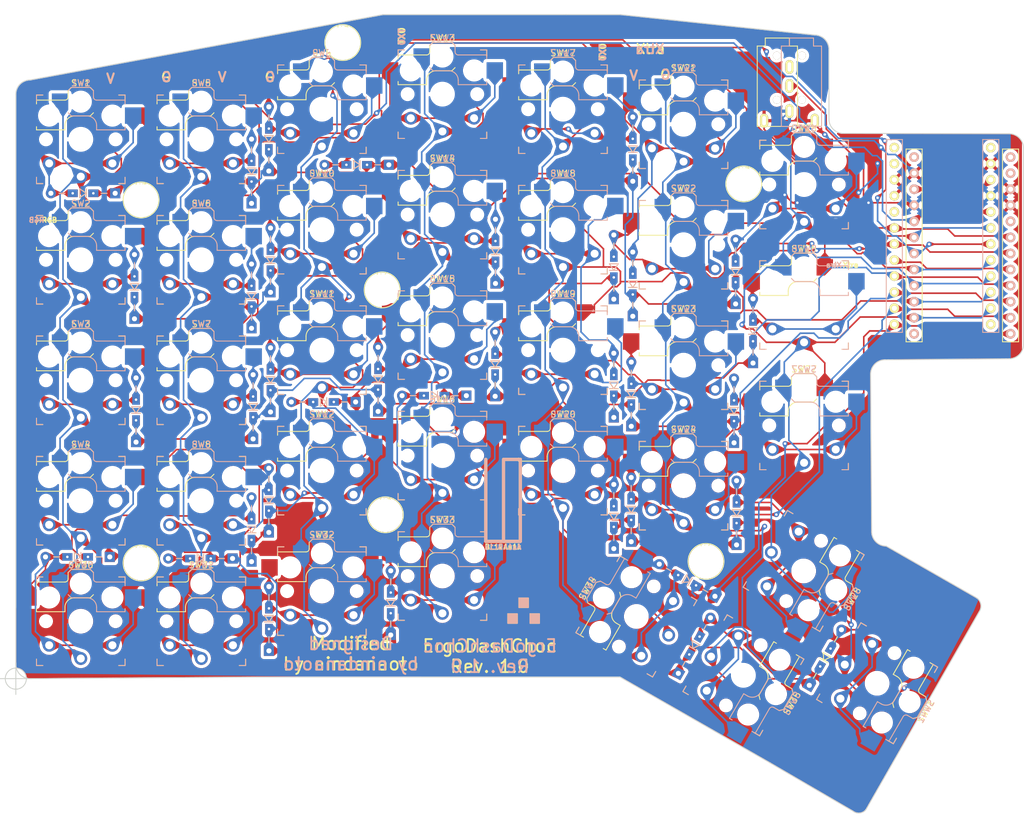
<source format=kicad_pcb>
(kicad_pcb (version 20240108) (generator "pcbnew") (generator_version "8.0")
  (title_block (title "ErgoDash Rev2") (date "2018-06-07") (rev "2.0") (company "Omkbd"))
  (layers (0 "F.Cu" signal) (31 "B.Cu" signal) (34 "B.Paste" user) (35 "F.Paste" user) (36 "B.SilkS" user "B.Silkscreen") (37 "F.SilkS" user "F.Silkscreen") (38 "B.Mask" user) (39 "F.Mask" user) (44 "Edge.Cuts" user))
  (net 0 "")
  (net 1 "/row0")
  (net 2 "/row1")
  (net 3 "Net-(D1-A)")
  (net 4 "/row2")
  (net 5 "Net-(D2-A)")
  (net 6 "/row3")
  (net 7 "Net-(D3-A)")
  (net 8 "Net-(D4-A)")
  (net 9 "Net-(D5-A)")
  (net 10 "Net-(D6-A)")
  (net 11 "Net-(D7-A)")
  (net 12 "Net-(D8-A)")
  (net 13 "Net-(D9-A)")
  (net 14 "Net-(D10-A)")
  (net 15 "Net-(D11-A)")
  (net 16 "Net-(D12-A)")
  (net 17 "Net-(D13-A)")
  (net 18 "Net-(D14-A)")
  (net 19 "Net-(D15-A)")
  (net 20 "Net-(D16-A)")
  (net 21 "Net-(D17-A)")
  (net 22 "Net-(D18-A)")
  (net 23 "Net-(D19-A)")
  (net 24 "Net-(D20-A)")
  (net 25 "Net-(D21-A)")
  (net 26 "Net-(D22-A)")
  (net 27 "Net-(D23-A)")
  (net 28 "Net-(D24-A)")
  (net 29 "Net-(D25-A)")
  (net 30 "Net-(D26-A)")
  (net 31 "Net-(D27-A)")
  (net 32 "/xtradata")
  (net 33 "GND")
  (net 34 "VCC")
  (net 35 "/col0")
  (net 36 "/col1")
  (net 37 "/col2")
  (net 38 "/col3")
  (net 39 "/col4")
  (net 40 "/col5")
  (net 41 "/col6")
  (net 42 "/rst")
  (net 43 "Net-(D28-A)")
  (net 44 "/row4")
  (net 45 "Net-(D29-A)")
  (net 46 "Net-(D30-A)")
  (net 47 "Net-(D31-A)")
  (net 48 "Net-(D32-A)")
  (net 49 "Net-(D33-A)")
  (net 50 "Net-(D34-A)")
  (net 51 "Net-(D68-A)")
  (net 52 "/Audio")
  (net 57 "/sda{slash}uart")
  (footprint "library:hole" (layer "F.Cu") (at 134.62 81.788)
    (property "Reference" "U1")
    (property "Value" "HOLE")
  )
  (footprint "library:hole" (layer "F.Cu") (at 191.77 65.024)
    (property "Reference" "U2")
    (property "Value" "HOLE")
  )
  (footprint "library:hole" (layer "F.Cu") (at 185.801 124.714)
    (property "Reference" "U4")
    (property "Value" "HOLE")
  )
  (footprint "library:hole" (layer "F.Cu") (at 96.52 67.564)
    (property "Reference" "U5")
    (property "Value" "HOLE")
  )
  (footprint "library:hole" (layer "F.Cu") (at 96.52 124.968)
    (property "Reference" "U7")
    (property "Value" "HOLE")
  )
  (footprint "library:trrs_jack2" (layer "F.Cu") (at 198.978 43.2285 -90)
    (property "Reference" "J1" (hide yes))
    (property "Value" "5PIN")
  )
  (footprint "library:hole" (layer "F.Cu") (at 135.128 117.348)
    (property "Reference" "U8")
    (property "Value" "HOLE")
  )
  (footprint "library:hole" (layer "F.Cu") (at 128.397 42.672)
    (property "Reference" "U9")
    (property "Value" "HOLE")
  )
  (footprint "library:ProMicro_rev" (layer "F.Cu") (at 223.1784 73.256)
    (property "Reference" "U3" (hide yes))
    (property "Value" "ProMicro" (hide yes))
  )
  (footprint "library:Diode_SMD_THT2" (layer "F.Cu") (at 202.123 144.317 60)
    (property "Reference" "D68" (hide yes))
    (property "Value" "D")
  )
  (footprint "KeySwitchFootpring:Kailh_socket_PG1350_optional_reversible" (layer "F.Cu") (at 106.045 57.9755)
    (property "Reference" "SW5")
    (property "Value" "SW_PUSH")
  )
  (footprint "KeySwitchFootpring:Kailh_socket_PG1350_optional_reversible" (layer "F.Cu") (at 106.045 77.0255)
    (property "Reference" "SW6")
    (property "Value" "SW_PUSH")
  )
  (footprint "KeySwitchFootpring:Kailh_socket_PG1350_optional_reversible" (layer "F.Cu") (at 106.045 96.0755)
    (property "Reference" "SW7")
    (property "Value" "SW_PUSH")
  )
  (footprint "KeySwitchFootpring:Kailh_socket_PG1350_optional_reversible" (layer "F.Cu") (at 106.045 115.1255)
    (property "Reference" "SW8")
    (property "Value" "SW_PUSH")
  )
  (footprint "KeySwitchFootpring:Kailh_socket_PG1350_optional_reversible" (layer "F.Cu") (at 125.095 110.363)
    (property "Reference" "SW12")
    (property "Value" "SW_PUSH")
  )
  (footprint "KeySwitchFootpring:Kailh_socket_PG1350_optional_reversible" (layer "F.Cu") (at 144.145 50.8317)
    (property "Reference" "SW13")
    (property "Value" "SW_PUSH")
  )
  (footprint "KeySwitchFootpring:Kailh_socket_PG1350_optional_reversible" (layer "F.Cu") (at 144.145 69.8817)
    (property "Reference" "SW14")
    (property "Value" "SW_PUSH")
  )
  (footprint "KeySwitchFootpring:Kailh_socket_PG1350_optional_reversible" (layer "F.Cu") (at 144.145 88.9317)
    (property "Reference" "SW15")
    (property "Value" "SW_PUSH")
  )
  (footprint "KeySwitchFootpring:Kailh_socket_PG1350_optional_reversible" (layer "F.Cu") (at 144.145 107.9817)
    (property "Reference" "SW16")
    (property "Value" "SW_PUSH")
  )
  (footprint "KeySwitchFootpring:Kailh_socket_PG1350_optional_reversible" (layer "F.Cu") (at 163.195 53.213)
    (property "Reference" "SW17")
    (property "Value" "SW_PUSH")
  )
  (footprint "KeySwitchFootpring:Kailh_socket_PG1350_optional_reversible" (layer "F.Cu") (at 163.195 72.263)
    (property "Reference" "SW18")
    (property "Value" "SW_PUSH")
  )
  (footprint "KeySwitchFootpring:Kailh_socket_PG1350_optional_reversible" (layer "F.Cu") (at 163.195 91.313)
    (property "Reference" "SW19")
    (property "Value" "SW_PUSH")
  )
  (footprint "KeySwitchFootpring:Kailh_socket_PG1350_optional_reversible" (layer "F.Cu") (at 163.195 110.363)
    (property "Reference" "SW20")
    (property "Value" "SW_PUSH")
  )
  (footprint "KeySwitchFootpring:Kailh_socket_PG1350_optional_reversible" (layer "F.Cu") (at 182.245 55.5942)
    (property "Reference" "SW21")
    (property "Value" "SW_PUSH")
  )
  (footprint "KeySwitchFootpring:Kailh_socket_PG1350_optional_reversible" (layer "F.Cu") (at 201.295 65.1192)
    (property "Reference" "SW25")
    (property "Value" "SW_PUSH")
  )
  (footprint "KeySwitchFootpring:Kailh_socket_PG1350_optional_reversible" (layer "F.Cu") (at 201.295 84.1692)
    (property "Reference" "SW26")
    (property "Value" "SW_PUSH")
  )
  (footprint "KeySwitchFootpring:Kailh_socket_PG1350_optional_reversible" (layer "F.Cu") (at 201.295 103.2192)
    (property "Reference" "SW27")
    (property "Value" "SW_PUSH")
  )
  (footprint "KeySwitchFootpring:Kailh_socket_PG1350_optional_reversible" (layer "F.Cu") (at 201.23 126.2309 -120)
    (property "Reference" "SW28")
    (property "Value" "SW_PUSH")
  )
  (footprint "KeySwitchFootpring:Kailh_socket_PG1350_optional_reversible" (layer "F.Cu") (at 106.045 134.1755)
    (property "Reference" "SW31")
    (property "Value" "SW_PUSH")
  )
  (footprint "KeySwitchFootpring:Kailh_socket_PG1350_optional_reversible" (layer "F.Cu") (at 174.792 133.4252 60)
    (property "Reference" "SW34")
    (property "Value" "SW_PUSH")
  )
  (footprint "KeySwitchFootpring:Kailh_socket_PG1350_optional_reversible" (layer "F.Cu") (at 191.705 142.7289 -120)
    (property "Reference" "SW35")
    (property "Value" "SW_PUSH")
  )
  (footprint "KeySwitchFootpring:Kailh_socket_PG1350_optional_reversible" (layer "F.Cu") (at 212.838 143.986 -120)
    (property "Reference" "SW41")
    (property "Value" "SW_PUSH")
  )
  (footprint "library:Diode_SMD_THT3" (layer "F.Cu") (at 92.428 66.506 180)
    (property "Reference" "D1" (hide yes))
    (property "Value" "D")
  )
  (footprint "library:Diode_SMD_THT3" (layer "F.Cu") (at 95.478 86.356 90)
    (property "Reference" "D2" (hide yes))
    (property "Value" "D")
  )
  (footprint "library:Diode_SMD_THT3" (layer "F.Cu") (at 95.728 105.856 90)
    (property "Reference" "D3" (hide yes))
    (property "Value" "D")
  )
  (footprint "library:Diode_SMD_THT3" (layer "F.Cu") (at 113.978 124.756 90)
    (property "Reference" "D4" (hide yes))
    (property "Value" "D")
  )
  (footprint "library:Diode_SMD_THT3" (layer "F.Cu") (at 113.978 68.106 90)
    (property "Reference" "D5" (hide yes))
    (property "Value" "D")
  )
  (footprint "library:Diode_SMD_THT3" (layer "F.Cu") (at 113.978 87.856 90)
    (property "Reference" "D6" (hide yes))
    (property "Value" "D")
  )
  (footprint "library:Diode_SMD_THT3" (layer "F.Cu") (at 114.228 105.356 90)
    (property "Reference" "D7" (hide yes))
    (property "Value" "D")
  )
  (footprint "library:Diode_SMD_THT3" (layer "F.Cu") (at 116.713 120.142 90)
    (property "Reference" "D8" (hide yes))
    (property "Value" "D")
  )
  (footprint "library:Diode_SMD_THT3" (layer "F.Cu") (at 116.713 62.992 90)
    (property "Reference" "D9" (hide yes))
    (property "Value" "D")
  )
  (footprint "library:Diode_SMD_THT3" (layer "F.Cu") (at 116.978 82.169 90)
    (property "Reference" "D10" (hide yes))
    (property "Value" "D")
  )
  (footprint "library:Diode_SMD_THT3" (layer "F.Cu") (at 116.978 101.092 90)
    (property "Reference" "D11" (hide yes))
    (property "Value" "D")
  )
  (footprint "library:Diode_SMD_THT3" (layer "F.Cu") (at 130.428 99.506 180)
    (property "Reference" "D12" (hide yes))
    (property "Value" "D")
  )
  (footprint "library:Diode_SMD_THT3" (layer "F.Cu") (at 135.678 62.006 180)
    (property "Reference" "D13" (hide yes))
    (property "Value" "D")
  )
  (footprint "library:Diode_SMD_THT3" (layer "F.Cu") (at 152.527 80.772 90)
    (property "Reference" "D14" (hide yes))
    (property "Value" "D")
  )
  (footprint "library:Diode_SMD_THT3" (layer "F.Cu") (at 147.928 98.506 180)
    (property "Reference" "D16" (hide yes))
    (property "Value" "D")
  )
  (footprint "library:Diode_SMD_THT3" (layer "F.Cu") (at 174.228 64.606 90)
    (property "Reference" "D17" (hide yes))
    (property "Value" "D")
  )
  (footprint "library:Diode_SMD_THT3" (layer "F.Cu") (at 152.478 98.606 90)
    (property "Reference" "D19" (hide yes))
    (property "Value" "D")
  )
  (footprint "library:Diode_SMD_THT3" (layer "F.Cu") (at 171.228 122.706 90)
    (property "Reference" "D20" (hide yes))
    (property "Value" "D")
  )
  (footprint "library:Diode_SMD_THT3" (layer "F.Cu") (at 174.228 85.956 90)
    (property "Reference" "D21" (hide yes))
    (property "Value" "D")
  )
  (footprint "library:Diode_SMD_THT3" (layer "F.Cu") (at 171.228 83.256 90)
    (property "Reference" "D22" (hide yes))
    (property "Value" "D")
  )
  (footprint "library:Diode_SMD_THT3" (layer "F.Cu") (at 173.99 103.356 90)
    (property "Reference" "D23" (hide yes))
    (property "Value" "D")
  )
  (footprint "library:Diode_SMD_THT3" (layer "F.Cu") (at 173.978 121.606 90)
    (property "Reference" "D24" (hide yes))
    (property "Value" "D")
  )
  (footprint "library:Diode_SMD_THT3" (layer "F.Cu") (at 190.478 84.006 90)
    (property "Reference" "D25" (hide yes))
    (property "Value" "D")
  )
  (footprint "library:Diode_SMD_THT3" (layer "F.Cu") (at 193.228 93.356 90)
    (property "Reference" "D26" (hide yes))
    (property "Value" "D")
  )
  (footprint "library:Diode_SMD_THT3" (layer "F.Cu") (at 190.228 105.966 90)
    (property "Reference" "D27" (hide yes))
    (property "Value" "D")
  )
  (footprint "library:Diode_SMD_THT3" (layer "F.Cu") (at 190.627 122.106 90)
    (property "Reference" "D28" (hide yes))
    (property "Value" "D")
  )
  (footprint "library:Diode_SMD_THT3" (layer "F.Cu") (at 91.578 124.006 180)
    (property "Reference" "D29" (hide yes))
    (property "Value" "D")
  )
  (footprint "library:Diode_SMD_THT3" (layer "F.Cu") (at 110.978 124.256 180)
    (property "Reference" "D30" (hide yes))
    (property "Value" "D")
  )
  (footprint "library:Diode_SMD_THT3" (layer "F.Cu") (at 116.728 138.856 90)
    (property "Reference" "D31" (hide yes))
    (property "Value" "D")
  )
  (footprint "library:Diode_SMD_THT3" (layer "F.Cu") (at 187.2158 130.231 150)
    (property "Reference" "D33" (hide yes))
    (property "Value" "D")
  )
  (footprint "library:Diode_SMD_THT3" (layer "F.Cu") (at 181.428 142.42273 60)
    (property "Reference" "D34" (hide yes))
    (property "Value" "D")
  )
  (footprint "library:Diode_SMD_THT3" (layer "F.Cu") (at 135.978 136.356 90)
    (property "Reference" "D32" (hide yes))
    (property "Value" "D")
  )
  (footprint "library:Diode_SMD_THT3" (layer "F.Cu") (at 133.978 101.006 90)
    (property "Reference" "D15" (hide yes))
    (property "Value" "D")
  )
  (footprint "library:Diode_SMD_THT3" (layer "F.Cu") (at 171.228 101.956 90)
    (property "Reference" "D18" (hide yes))
    (property "Value" "D")
  )
  (footprint "library:ProMicro_rev" (layer "B.Cu") (at 226.3084 74.756 180)
    (property "Reference" "U6" (hide yes))
    (property "Value" "ProMicro" (hide yes))
  )
  (footprint "KeySwitchFootpring:Kailh_socket_PG1350_optional_reversible" (layer "B.Cu") (at 86.995 57.9755 180)
    (property "Reference" "SW1")
    (property "Value" "SW_PUSH")
  )
  (footprint "KeySwitchFootpring:Kailh_socket_PG1350_optional_reversible" (layer "B.Cu") (at 86.995 77.0255 180)
    (property "Reference" "SW2")
    (property "Value" "SW_PUSH")
  )
  (footprint "KeySwitchFootpring:Kailh_socket_PG1350_optional_reversible" (layer "B.Cu") (at 86.995 96.0755 180)
    (property "Reference" "SW3")
    (property "Value" "SW_PUSH")
  )
  (footprint "KeySwitchFootpring:Kailh_socket_PG1350_optional_reversible" (layer "B.Cu") (at 86.995 115.1255 180)
    (property "Reference" "SW4")
    (property "Value" "SW_PUSH")
  )
  (footprint "KeySwitchFootpring:Kailh_socket_PG1350_optional_reversible" (layer "B.Cu") (at 125.095 53.213 180)
    (property "Reference" "SW9")
    (property "Value" "SW_PUSH")
  )
  (footprint "KeySwitchFootpring:Kailh_socket_PG1350_optional_reversible" (layer "B.Cu") (at 125.095 72.263 180)
    (property "Reference" "SW10")
    (property "Value" "SW_PUSH")
  )
  (footprint "KeySwitchFootpring:Kailh_socket_PG1350_optional_reversible" (layer "B.Cu") (at 125.095 91.313 180)
    (property "Reference" "SW11")
    (property "Value" "SW_PUSH")
  )
  (footprint "KeySwitchFootpring:Kailh_socket_PG1350_optional_reversible" (layer "B.Cu") (at 182.245 74.6442 180)
    (property "Reference" "SW22")
    (property "Value" "SW_PUSH")
  )
  (footprint "KeySwitchFootpring:Kailh_socket_PG1350_optional_reversible" (layer "B.Cu") (at 182.245 93.6942 180)
    (property "Reference" "SW23")
    (property "Value" "SW_PUSH")
  )
  (footprint "KeySwitchFootpring:Kailh_socket_PG1350_optional_reversible" (layer "B.Cu") (at 182.245 112.7442 180)
    (property "Reference" "SW24")
    (property "Value" "SW_PUSH")
  )
  (footprint "KeySwitchFootpring:Kailh_socket_PG1350_optional_reversible" (layer "B.Cu") (at 86.995 134.1755 180)
    (property "Reference" "SW30")
    (property "Value" "SW_PUSH")
  )
  (footprint "KeySwitchFootpring:Kailh_socket_PG1350_optional_reversible" (layer "B.Cu") (at 125.095 129.413 180)
    (property "Reference" "SW32")
    (property "Value" "SW_PUSH")
  )
  (footprint "KeySwitchFootpring:Kailh_socket_PG1350_optional_reversible" (layer "B.Cu") (at 144.145 127.0317 180)
    (property "Reference" "SW33")
    (property "Value" "SW_PUSH")
  )
  (gr_line (start 153.919961 108.585147) (end 156.459961 108.585147) (stroke (width 0.5)) (layer "B.SilkS"))
  (gr_line (start 153.919961 121.539147) (end 156.459961 121.539147) (stroke (width 0.5)) (layer "B.SilkS"))
  (gr_line (start 156.459961 121.539147) (end 156.459961 108.585147) (stroke (width 0.5)) (layer "B.SilkS"))
  (gr_line (start 153.797 108.585) (end 153.797 121.539) (stroke (width 0.5)) (layer "B.SilkS"))
  (gr_line (start 151.003 121.539) (end 153.924 121.539) (stroke (width 0.5)) (layer "B.SilkS"))
  (gr_line (start 151.003 108.585) (end 151.003 121.539) (stroke (width 0.5)) (layer "B.SilkS"))
  (gr_rect (start 157.978 133.006) (end 159.478 134.506) (stroke (width 0.15)) (fill solid) (layer "B.SilkS"))
  (gr_rect (start 154.478 133.006) (end 155.978 134.506) (stroke (width 0.15)) (fill solid) (layer "B.SilkS"))
  (gr_rect (start 156.228 130.506) (end 157.728 132.006) (stroke (width 0.15)) (fill solid) (layer "B.SilkS"))
  (gr_line (start 151.003 121.539) (end 151.003 108.585) (stroke (width 0.5)) (layer "F.SilkS"))
  (gr_line (start 151.003 121.539) (end 156.464 121.539) (stroke (width 0.5)) (layer "F.SilkS"))
  (gr_line (start 153.924 108.585) (end 156.464 108.585) (stroke (width 0.5)) (layer "F.SilkS"))
  (gr_rect (start 157.978 133.006) (end 159.478 134.506) (stroke (width 0.15)) (fill solid) (layer "F.SilkS"))
  (gr_rect (start 154.478 133.006) (end 155.978 134.506) (stroke (width 0.15)) (fill solid) (layer "F.SilkS"))
  (gr_line (start 156.464 108.585) (end 156.464 121.539) (stroke (width 0.5)) (layer "F.SilkS"))
  (gr_line (start 153.797 121.539) (end 153.797 108.585) (stroke (width 0.5)) (layer "F.SilkS"))
  (gr_rect (start 156.228 130.506) (end 157.728 132.006) (stroke (width 0.15)) (fill solid) (layer "F.SilkS"))
  (gr_arc (start 233.692 57.086446) (mid 235.30846 57.755986) (end 235.978 59.372446) (stroke (width 0.15)) (layer "Edge.Cuts"))
  (gr_arc (start 202.942 41.47) (mid 204.558446 42.139554) (end 205.228 43.756) (stroke (width 0.15)) (layer "Edge.Cuts"))
  (gr_line (start 163.684 38.256) (end 172.296 38.256) (stroke (width 0.15)) (layer "Edge.Cuts"))
  (gr_line (start 207.514 57.042) (end 233.692 57.086446) (stroke (width 0.15)) (layer "Edge.Cuts"))
  (gr_arc (start 214.264 122.292) (mid 212.647554 121.622446) (end 211.978 120.006) (stroke (width 0.15)) (layer "Edge.Cuts"))
  (gr_arc (start 211.808446 95.122446) (mid 212.478 93.506) (end 214.094446 92.836446) (stroke (width 0.15)) (layer "Edge.Cuts"))
  (gr_line (start 211.808446 95.122446) (end 211.978 120.006) (stroke (width 0.15)) (layer "Edge.Cuts"))
  (gr_arc (start 78.978 143.256) (mid 77.38701 142.59699) (end 76.728 141.006) (stroke (width 0.15)) (layer "Edge.Cuts"))
  (gr_line (start 76.728 141.006) (end 76.728001 50.872446) (stroke (width 0.15)) (layer "Edge.Cuts"))
  (gr_line (start 172.296 38.256) (end 202.942 41.47) (stroke (width 0.15)) (layer "Edge.Cuts"))
  (gr_line (start 233.692 92.675554) (end 214.094446 92.836446) (stroke (width 0.15)) (layer "Edge.Cuts"))
  (gr_arc (start 228.590356 130.506) (mid 229.228 131.506592) (end 228.971356 132.665) (stroke (width 0.15)) (layer "Edge.Cuts"))
  (gr_line (start 205.228 54.756) (end 205.228 43.756) (stroke (width 0.15)) (layer "Edge.Cuts"))
  (gr_line (start 172.212 143.002) (end 195.961 156.591) (stroke (width 0.15)) (layer "Edge.Cuts"))
  (gr_arc (start 76.728001 50.872446) (mid 77.397555 49.256001) (end 79.014 48.586447) (stroke (width 0.15)) (layer "Edge.Cuts"))
  (gr_line (start 211.074 163.957) (end 228.971356 132.665) (stroke (width 0.15)) (layer "Edge.Cuts"))
  (gr_line (start 134.728 38.256) (end 79.014 48.586446) (stroke (width 0.15)) (layer "Edge.Cuts"))
  (gr_line (start 134.728 38.256) (end 163.684 38.256) (stroke (width 0.15)) (layer "Edge.Cuts"))
  (gr_line (start 78.978 143.256) (end 114.808 143.002) (stroke (width 0.15)) (layer "Edge.Cuts"))
  (gr_line (start 114.808 143.002) (end 172.212 143.002) (stroke (width 0.15)) (layer "Edge.Cuts"))
  (gr_line (start 195.961 156.591) (end 209.042 164.211) (stroke (width 0.15)) (layer "Edge.Cuts"))
  (gr_arc (start 207.514 57.042) (mid 205.897554 56.372446) (end 205.228 54.756) (stroke (width 0.15)) (layer "Edge.Cuts"))
  (gr_arc (start 235.978 90.389554) (mid 235.30846 92.006014) (end 233.692 92.675554) (stroke (width 0.15)) (layer "Edge.Cuts"))
  (gr_arc (start 211.074 163.957) (mid 210.110605 164.504841) (end 209.042 164.211) (stroke (width 0.15)) (layer "Edge.Cuts"))
  (gr_line (start 214.264 122.292) (end 228.590356 130.506) (stroke (width 0.15)) (layer "Edge.Cuts"))
  (gr_line (start 235.978 59.372446) (end 235.978 90.389554) (stroke (width 0.15)) (layer "Edge.Cuts"))
  (gr_text "Designed\nby nindanaoto" (at 129.667 139.319 0) (layer "B.SilkS") (effects (font (size 2 2) (thickness 0.3)) (justify mirror)))
  (gr_text "G" (at 116.967 48.133 0) (layer "B.SilkS") (effects (font (size 1.5 1.5) (thickness 0.3)) (justify mirror)))
  (gr_text "BL1k" (at 152.273 122.428 0) (layer "B.SilkS") (effects (font (size 0.8 0.8) (thickness 0.2)) (justify mirror)))
  (gr_text "TX0" (at 137.728 41.756 90) (layer "B.SilkS") (effects (font (size 1 1) (thickness 0.25)) (justify mirror)))
  (gr_text "RGB" (at 80.01 70.739 0) (layer "B.SilkS") (effects (font (size 0.8 0.8) (thickness 0.2)) (justify mirror)))
  (gr_text "V" (at 174.371 47.879 0) (layer "B.SilkS") (effects (font (size 1.5 1.5) (thickness 0.3))))
  (gr_text "V" (at 91.694 48.387 0) (layer "B.SilkS") (effects (font (size 1.5 1.5) (thickness 0.3))))
  (gr_text "TX0" (at 169.478 44.256 90) (layer "B.SilkS") (effects (font (size 1 1) (thickness 0.25)) (justify mirror)))
  (gr_text "G" (at 179.451 47.752 0) (layer "B.SilkS") (effects (font (size 1.5 1.5) (thickness 0.3)) (justify mirror)))
  (gr_text "Xtra" (at 176.911 43.688 0) (layer "B.SilkS") (effects (font (size 1.5 1.5) (thickness 0.3)) (justify mirror)))
  (gr_text "G" (at 100.584 48.133 0) (layer "B.SilkS") (effects (font (size 1.5 1.5) (thickness 0.3)) (justify mirror)))
  (gr_text "Xtra" (at 205.994 77.851 0) (layer "B.SilkS") (effects (font (size 0.8 0.8) (thickness 0.2)) (justify mirror)))
  (gr_text "Au1k" (at 155.194 122.428 0) (layer "B.SilkS") (effects (font (size 0.8 0.8) (thickness 0.2)) (justify mirror)))
  (gr_text "V" (at 109.347 48.133 0) (layer "B.SilkS") (effects (font (size 1.5 1.5) (thickness 0.3))))
  (gr_text "ErgoDashChoc\nRev. 1.0" (at 151.638 139.7 0) (layer "B.SilkS") (effects (font (size 2 2) (thickness 0.3)) (justify mirror)))
  (gr_text "Au1k" (at 155.194 122.428 0) (layer "F.SilkS") (effects (font (size 0.8 0.8) (thickness 0.2))))
  (gr_text "Modified\nby nindanaoto" (at 129.667 139.319 0) (layer "F.SilkS") (effects (font (size 2 2) (thickness 0.3))))
  (gr_text "BL1k" (at 152.273 122.428 0) (layer "F.SilkS") (effects (font (size 0.8 0.8) (thickness 0.2))))
  (gr_text "V" (at 174.371 47.879 0) (layer "F.SilkS") (effects (font (size 1.5 1.5) (thickness 0.3))))
  (gr_text "V" (at 91.694 48.387 0) (layer "F.SilkS") (effects (font (size 1.5 1.5) (thickness 0.3)) (justify mirror)))
  (gr_text "RGB" (at 82.042 70.739 0) (layer "F.SilkS") (effects (font (size 0.8 0.8) (thickness 0.2))))
  (gr_text "ErgoDashChoc\nRev. 1.0" (at 151.638 139.7 0) (layer "F.SilkS") (effects (font (size 2 2) (thickness 0.3))))
  (gr_text "TX0" (at 137.728 41.629 90) (layer "F.SilkS") (effects (font (size 1 1) (thickness 0.25))))
  (gr_text "V" (at 109.347 48.133 0) (layer "F.SilkS") (effects (font (size 1.5 1.5) (thickness 0.3))))
  (gr_text "G" (at 116.84 48.133 0) (layer "F.SilkS") (effects (font (size 1.5 1.5) (thickness 0.3))))
  (gr_text "Xtra" (at 208.661 77.851 0) (layer "F.SilkS") (effects (font (size 0.8 0.8) (thickness 0.2))))
  (gr_text "G" (at 179.324 47.752 0) (layer "F.SilkS") (effects (font (size 1.5 1.5) (thickness 0.3))))
  (gr_text "G" (at 100.457 48.133 0) (layer "F.SilkS") (effects (font (size 1.5 1.5) (thickness 0.3))))
  (gr_text "Xtra" (at 177.038 43.688 0) (layer "F.SilkS") (effects (font (size 1.5 1.5) (thickness 0.3))))
  (gr_text "TX0" (at 169.478 44.129 90) (layer "F.SilkS") (effects (font (size 1 1) (thickness 0.25))))
  (target plus (at 76.728 143.256) (size 5) (width 0.15) (layer "Edge.Cuts"))
  (segment (start 149.031 71.3653) (end 144.285 66.6196) (width 0.254) (layer "F.Cu") (net 1))
  (segment (start 132.228 62.9887) (end 132.014 63.2025) (width 0.254) (layer "F.Cu") (net 1))
  (segment (start 215.5584 74.526) (end 215.4552 74.6292) (width 0.254) (layer "F.Cu") (net 1))
  (segment (start 92.428 66.506) (end 88.978 66.506) (width 0.254) (layer "F.Cu") (net 1))
  (segment (start 221.1959 75.796) (end 233.6984 75.796) (width 0.254) (layer "F.Cu") (net 1))
  (segment (start 233.6984 75.796) (end 233.9284 76.026) (width 0.254) (layer "F.Cu") (net 1))
  (segment (start 203.288 75.5767) (end 194.275 75.5767) (width 0.254) (layer "F.Cu") (net 1))
  (segment (start 143.817 66.6196) (end 139.203 62.006) (width 0.254) (layer "F.Cu") (net 1))
  (segment (start 132.228 62.006) (end 135.678 62.006) (width 0.254) (layer "F.Cu") (net 1))
  (segment (start 101.776 64.3837) (end 94.5503 64.3837) (width 0.254) (layer "F.Cu") (net 1))
  (segment (start 151.129 69.1498) (end 151.129 70.4963) (width 0.254) (layer "F.Cu") (net 1))
  (segment (start 113.978 64.656) (end 110.448 64.656) (width 0.254) (layer "F.Cu") (net 1))
  (segment (start 132.228 62.006) (end 132.228 62.9887) (width 0.254) (layer "F.Cu") (net 1))
  (segment (start 215.7233 74.6909) (end 220.0908 74.6909) (width 0.254) (layer "F.Cu") (net 1))
  (segment (start 117.896 62.992) (end 116.713 62.992) (width 0.254) (layer "F.Cu") (net 1))
  (segment (start 174.228 64.606) (end 173.045 64.606) (width 0.254) (layer "F.Cu") (net 1))
  (segment (start 172.601 64.1614) (end 156.117 64.1614) (width 0.254) (layer "F.Cu") (net 1))
  (segment (start 108.236 62.4436) (end 103.716 62.4436) (width 0.254) (layer "F.Cu") (net 1))
  (segment (start 139.203 62.006) (end 135.678 62.006) (width 0.254) (layer "F.Cu") (net 1))
  (segment (start 151.129 70.4963) (end 150.26 71.3653) (width 0.254) (layer "F.Cu") (net 1))
  (segment (start 194.275 75.5767) (end 190.478 79.3733) (width 0.254) (layer "F.Cu") (net 1))
  (segment (start 215.4552 74.6292) (end 212.3748 74.6292) (width 0.254) (layer "F.Cu") (net 1))
  (segment (start 173.045 64.606) (end 172.601 64.1614) (width 0.254) (layer "F.Cu") (net 1))
  (segment (start 176.711 84.006) (end 190.478 84.006) (width 0.254) (layer "F.Cu") (net 1))
  (segment (start 132.014 63.2025) (end 118.106 63.2025) (width 0.254) (layer "F.Cu") (net 1))
  (segment (start 220.0908 74.6909) (end 221.1959 75.796) (width 0.254) (layer "F.Cu") (net 1))
  (segment (start 212.3748 74.6292) (end 211.731 75.273) (width 0.254) (layer "F.Cu") (net 1))
  (segment (start 190.478 79.3733) (end 190.478 80.556) (width 0.254) (layer "F.Cu") (net 1))
  (segment (start 150.26 71.3653) (end 149.031 71.3653) (width 0.254) (layer "F.Cu") (net 1))
  (segment (start 103.716 62.4436) (end 101.776 64.3837) (width 0.254) (layer "F.Cu") (net 1))
  (segment (start 175.211 82.506) (end 176.711 84.006) (width 0.254) (layer "F.Cu") (net 1))
  (segment (start 110.448 64.656) (end 108.236 62.4436) (width 0.254) (layer "F.Cu") (net 1))
  (segment (start 174.228 82.506) (end 175.211 82.506) (width 0.254) (layer "F.Cu") (net 1))
  (segment (start 211.731 75.273) (end 210.026 75.273) (width 0.254) (layer "F.Cu") (net 1))
  (segment (start 156.117 64.1614) (end 151.129 69.1498) (width 0.254) (layer "F.Cu") (net 1))
  (segment (start 144.285 66.6196) (end 143.817 66.6196) (width 0.254) (layer "F.Cu") (net 1))
  (segment (start 94.5503 64.3837) (end 92.428 66.506) (width 0.254) (layer "F.Cu") (net 1))
  (segment (start 118.106 63.2025) (end 117.896 62.992) (width 0.254) (layer "F.Cu") (net 1))
  (segment (start 215.5584 74.526) (end 215.7233 74.6909) (width 0.254) (layer "F.Cu") (net 1))
  (via (at 203.288 75.5767) (size 0.8) (drill 0.4) (layers "F.Cu" "B.Cu") (net 1))
  (via (at 210.026 75.273) (size 0.8) (drill 0.4) (layers "F.Cu" "B.Cu") (net 1))
  (segment (start 190.478 84.006) (end 190.478 80.556) (width 0.254) (layer "B.Cu") (net 1))
  (segment (start 210.026 75.273) (end 203.591 75.273) (width 0.254) (layer "B.Cu") (net 1))
  (segment (start 173.034 71.4912) (end 174.228 70.2971) (width 0.254) (layer "B.Cu") (net 1))
  (segment (start 115.53 64.0864) (end 115.53 62.992) (width 0.254) (layer "B.Cu") (net 1))
  (segment (start 174.228 64.606) (end 174.228 61.156) (width 0.254) (layer "B.Cu") (net 1))
  (segment (start 173.034 82.2946) (end 173.034 71.4912) (width 0.254) (layer "B.Cu") (net 1))
  (segment (start 174.228 85.956) (end 174.228 82.506) (width 0.254) (layer "B.Cu") (net 1))
  (segment (start 174.228 82.506) (end 173.245 82.506) (width 0.254) (layer "B.Cu") (net 1))
  (segment (start 203.591 75.273) (end 203.288 75.5767) (width 0.254) (layer "B.Cu") (net 1))
  (segment (start 113.978 68.106) (end 113.978 64.656) (width 0.254) (layer "B.Cu") (net 1))
  (segment (start 114.961 64.656) (end 115.53 64.0864) (width 0.254) (layer "B.Cu") (net 1))
  (segment (start 173.245 82.506) (end 173.034 82.2946) (width 0.254) (layer "B.Cu") (net 1))
  (segment (start 113.978 64.656) (end 114.961 64.656) (width 0.254) (layer "B.Cu") (net 1))
  (segment (start 174.228 70.2971) (end 174.228 64.606) (width 0.254) (layer "B.Cu") (net 1))
  (segment (start 115.53 62.992) (end 116.713 62.992) (width 0.254) (layer "B.Cu") (net 1))
  (segment (start 116.713 59.542) (end 116.713 62.992) (width 0.254) (layer "B.Cu") (net 1))
  (segment (start 166.556 91.3837) (end 168.151 92.9787) (width 0.254) (layer "F.Cu") (net 2))
  (segment (start 130.335 79.5684) (end 118.81 79.5684) (width 0.254) (layer "F.Cu") (net 2))
  (segment (start 149.514 77.322) (end 146.546 74.3543) (width 0.254) (layer "F.Cu") (net 2))
  (segment (start 228.7384 79.7709) (end 215.7233 79.7709) (width 0.254) (layer "F.Cu") (net 2))
  (segment (start 131.486 78.417) (end 130.335 79.5684) (width 0.254) (layer "F.Cu") (net 2))
  (segment (start 178.699 96.097) (end 184.926 96.097) (width 0.254) (layer "F.Cu") (net 2))
  (segment (start 233.6984 80.876) (end 229.8435 80.876) (width 0.254) (layer "F.Cu") (net 2))
  (segment (start 168.151 92.9787) (end 171.358 92.9787) (width 0.254) (layer "F.Cu") (net 2))
  (segment (start 188.571 95.6875) (end 190.902 93.356) (width 0.254) (layer "F.Cu") (net 2))
  (segment (start 190.902 93.356) (end 193.228 93.356) (width 0.254) (layer "F.Cu") (net 2))
  (segment (start 111.045 86.356) (end 95.478 86.356) (width 0.254) (layer "F.Cu") (net 2))
  (segment (start 176.617 96.0399) (end 178.642 96.0399) (width 0.254) (layer "F.Cu") (net 2))
  (segment (start 161.006 80.772) (end 152.527 80.772) (width 0.254) (layer "F.Cu") (net 2))
  (segment (start 161.006 86.1898) (end 162.867 88.0509) (width 0.254) (layer "F.Cu") (net 2))
  (segment (start 174.151 98.506) (end 175.999 96.6583) (width 0.254) (layer "F.Cu") (net 2))
  (segment (start 229.8435 80.876) (end 228.7384 79.7709) (width 0.254) (layer "F.Cu") (net 2))
  (segment (start 113.978 84.406) (end 112.995 84.406) (width 0.254) (layer "F.Cu") (net 2))
  (segment (start 166.556 91.2697) (end 166.556 91.3837) (width 0.254) (layer "F.Cu") (net 2))
  (segment (start 152.527 77.322) (end 149.514 77.322) (width 0.254) (layer "F.Cu") (net 2))
  (segment (start 140.45 74.3543) (end 136.388 78.417) (width 0.254) (layer "F.Cu") (net 2))
  (segment (start 146.546 74.3543) (end 140.45 74.3543) (width 0.254) (layer "F.Cu") (net 2))
  (segment (start 161.006 80.772) (end 161.006 86.1898) (width 0.254) (layer "F.Cu") (net 2))
  (segment (start 233.9284 81.106) (end 233.6984 80.876) (width 0.254) (layer "F.Cu") (net 2))
  (segment (start 136.388 78.417) (end 131.486 78.417) (width 0.254) (layer "F.Cu") (net 2))
  (segment (start 163.337 88.0509) (end 166.556 91.2697) (width 0.254) (layer "F.Cu") (net 2))
  (segment (start 118.81 79.5684) (end 117.961 78.719) (width 0.254) (layer "F.Cu") (net 2))
  (segment (start 171.228 98.506) (end 174.151 98.506) (width 0.254) (layer "F.Cu") (net 2))
  (segment (start 174.517 95.1763) (end 175.999 96.6583) (width 0.254) (layer "F.Cu") (net 2))
  (segment (start 178.642 96.0399) (end 178.699 96.097) (width 0.254) (layer "F.Cu") (net 2))
  (segment (start 173.555 95.1763) (end 174.517 95.1763) (width 0.254) (layer "F.Cu") (net 2))
  (segment (start 175.999 96.6583) (end 176.617 96.0399) (width 0.254) (layer "F.Cu") (net 2))
  (segment (start 112.995 84.406) (end 111.045 86.356) (width 0.254) (layer "F.Cu") (net 2))
  (segment (start 162.867 88.0509) (end 163.337 88.0509) (width 0.254) (layer "F.Cu") (net 2))
  (segment (start 171.358 92.9787) (end 173.555 95.1763) (width 0.254) (layer "F.Cu") (net 2))
  (segment (start 215.7233 79.7709) (end 215.5584 79.606) (width 0.254) (layer "F.Cu") (net 2))
  (segment (start 170.245 79.806) (end 169.279 80.772) (width 0.254) (layer "F.Cu") (net 2))
  (segment (start 184.926 96.097) (end 185.335 95.6875) (width 0.254) (layer "F.Cu") (net 2))
  (segment (start 117.961 78.719) (end 116.978 78.719) (width 0.254) (layer "F.Cu") (net 2))
  (segment (start 171.228 79.806) (end 170.245 79.806) (width 0.254) (layer "F.Cu") (net 2))
  (segment (start 169.279 80.772) (end 161.006 80.772) (width 0.254) (layer "F.Cu") (net 2))
  (segment (start 185.335 95.6875) (end 188.571 95.6875) (width 0.254) (layer "F.Cu") (net 2))
  (segment (start 195.435 86.5164) (end 202.308 86.5164) (width 0.254) (layer "B.Cu") (net 2))
  (segment (start 193.228 88.7233) (end 195.435 86.5164) (width 0.254) (layer "B.Cu") (net 2))
  (segment (start 115.795 83.5714) (end 115.795 82.169) (width 0.254) (layer "B.Cu") (net 2))
  (segment (start 212.0066 79.1347) (end 215.0871 79.1347) (width 0.254) (layer "B.Cu") (net 2))
  (segment (start 211.118 78.2462) (end 212.0066 79.1347) (width 0.254) (layer "B.Cu") (net 2))
  (segment (start 171.228 79.806) (end 171.228 83.256) (width 0.254) (layer "B.Cu") (net 2))
  (segment (start 114.961 84.406) (end 115.795 83.5714) (width 0.254) (layer "B.Cu") (net 2))
  (segment (start 116.978 78.719) (end 116.978 82.169) (width 0.254) (layer "B.Cu") (net 2))
  (segment (start 113.978 84.406) (end 114.961 84.406) (width 0.254) (layer "B.Cu") (net 2))
  (segment (start 152.527 80.772) (end 152.527 77.322) (width 0.254) (layer "B.Cu") (net 2))
  (segment (start 171.228 101.956) (end 171.228 98.506) (width 0.254) (layer "B.Cu") (net 2))
  (segment (start 203.671 85.1534) (end 203.671 79.9563) (width 0.254) (layer "B.Cu") (net 2))
  (segment (start 113.978 87.856) (end 113.978 84.406) (width 0.254) (layer "B.Cu") (net 2))
  (segment (start 215.0871 79.1347) (end 215.5584 79.606) (width 0.254) (layer "B.Cu") (net 2))
  (segment (start 193.228 89.906) (end 193.228 88.7233) (width 0.254) (layer "B.Cu") (net 2))
  (segment (start 202.308 86.5164) (end 203.671 85.1534) (width 0.254) (layer "B.Cu") (net 2))
  (segment (start 95.478 86.356) (end 95.478 82.906) (width 0.254) (layer "B.Cu") (net 2))
  (segment (start 203.671 79.9563) (end 205.381 78.2462) (width 0.254) (layer "B.Cu") (net 2))
  (segment (start 205.381 78.2462) (end 211.118 78.2462) (width 0.254) (layer "B.Cu") (net 2))
  (segment (start 115.795 82.169) (end 116.978 82.169) (width 0.254) (layer "B.Cu") (net 2))
  (segment (start 193.228 93.356) (end 193.228 89.906) (width 0.254) (layer "B.Cu") (net 2))
  (segment (start 85.718 66.506) (end 82.268 66.506) (width 0.254) (layer "F.Cu") (net 3))
  (segment (start 91.995 61.7755) (end 81.995 61.7755) (width 0.254) (layer "F.Cu") (net 3))
  (segment (start 78.72 54.2255) (end 78.72 58.5005) (width 0.254) (layer "F.Cu") (net 3))
  (segment (start 78.72 58.5005) (end 81.995 61.7755) (width 0.254) (layer "F.Cu") (net 3))
  (segment (start 82.268 66.506) (end 82.268 65.3233) (width 0.254) (layer "B.Cu") (net 3))
  (segment (start 95.27 58.5005) (end 95.27 54.2255) (width 0.254) (layer "B.Cu") (net 3))
  (segment (start 82.268 65.3233) (end 81.995 65.0503) (width 0.254) (layer "B.Cu") (net 3))
  (segment (start 81.995 65.0503) (end 81.995 61.7755) (width 0.254) (layer "B.Cu") (net 3))
  (segment (start 91.995 61.7755) (end 95.27 58.5005) (width 0.254) (layer "B.Cu") (net 3))
  (segment (start 136.378 99.7887) (end 135.161 101.006) (width 0.254) (layer "F.Cu") (net 4))
  (segment (start 189.245 102.516) (end 188.405 103.356) (width 0.254) (layer "F.Cu") (net 4))
  (segment (start 233.6984 83.416) (end 229.5438 83.416) (width 0.254) (layer "F.Cu") (net 4))
  (segment (start 159.77 98.606) (end 152.478 98.606) (width 0.254) (layer "F.Cu") (net 4))
  (segment (start 97.4107 105.356) (end 96.9107 105.856) (width 0.254) (layer "F.Cu") (net 4))
  (segment (start 229.5438 83.416) (end 228.4387 82.3109) (width 0.254) (layer "F.Cu") (net 4))
  (segment (start 233.9284 83.646) (end 233.6984 83.416) (width 0.254) (layer "F.Cu") (net 4))
  (segment (start 188.405 103.356) (end 173.99 103.356) (width 0.254) (layer "F.Cu") (net 4))
  (segment (start 114.228 105.356) (end 97.4107 105.356) (width 0.254) (layer "F.Cu") (net 4))
  (segment (start 150.113 99.7887) (end 136.378 99.7887) (width 0.254) (layer "F.Cu") (net 4))
  (segment (start 169.511 99.906) (end 165.414 95.8087) (width 0.254) (layer "F.Cu") (net 4))
  (segment (start 151.295 98.606) (end 150.113 99.7887) (width 0.254) (layer "F.Cu") (net 4))
  (segment (start 173.99 99.906) (end 169.511 99.906) (width 0.254) (layer "F.Cu") (net 4))
  (segment (start 165.414 95.8087) (end 162.567 95.8087) (width 0.254) (layer "F.Cu") (net 4))
  (segment (start 152.478 98.606) (end 151.295 98.606) (width 0.254) (layer "F.Cu") (net 4))
  (segment (start 96.9107 105.856) (end 95.728 105.856) (width 0.254) (layer "F.Cu") (net 4))
  (segment (start 215.7233 82.3109) (end 215.5584 82.146) (width 0.254) (layer "F.Cu") (net 4))
  (segment (start 190.228 102.516) (end 189.245 102.516) (width 0.254) (layer "F.Cu") (net 4))
  (segment (start 228.4387 82.3109) (end 215.7233 82.3109) (width 0.254) (layer "F.Cu") (net 4))
  (segment (start 135.161 101.006) (end 133.978 101.006) (width 0.254) (layer "F.Cu") (net 4))
  (segment (start 162.567 95.8087) (end 159.77 98.606) (width 0.254) (layer "F.Cu") (net 4))
  (segment (start 152.478 98.606) (end 152.478 95.156) (width 0.254) (layer "B.Cu") (net 4))
  (segment (start 128.081 97.556) (end 126.31 95.7845) (width 0.254) (layer "B.Cu") (net 4))
  (segment (start 206.93 89.379) (end 203.594 89.379) (width 0.254) (layer "B.Cu") (net 4))
  (segment (start 126.31 95.7845) (end 122.319 95.7845) (width 0.254) (layer "B.Cu") (net 4))
  (segment (start 115.795 101.092) (end 116.978 101.092) (width 0.254) (layer "B.Cu") (net 4))
  (segment (start 208.264 88.0452) (end 206.93 89.379) (width 0.254) (layer "B.Cu") (net 4))
  (segment (start 115.211 101.677) (end 115.795 101.092) (width 0.254) (layer "B.Cu") (net 4))
  (segment (start 191.211 102.516) (end 190.228 102.516) (width 0.254) (layer "B.Cu") (net 4))
  (segment (start 190.228 105.966) (end 190.228 102.516) (width 0.254) (layer "B.Cu") (net 4))
  (segment (start 200.702 88.6364) (end 191.211 98.1281) (width 0.254) (layer "B.Cu") (net 4))
  (segment (start 202.851 88.6364) (end 200.702 88.6364) (width 0.254) (layer "B.Cu") (net 4))
  (segment (start 114.228 105.356) (end 114.228 101.906) (width 0.254) (layer "B.Cu") (net 4))
  (segment (start 211.832 83.1509) (end 214.5535 83.1509) (width 0.254) (layer "B.Cu") (net 4))
  (segment (start 208.264 86.7191) (end 208.264 88.0452) (width 0.254) (layer "B.Cu") (net 4))
  (segment (start 133.978 101.006) (end 133.978 97.556) (width 0.254) (layer "B.Cu") (net 4))
  (segment (start 203.594 89.379) (end 202.851 88.6364) (width 0.254) (layer "B.Cu") (net 4))
  (segment (start 95.728 105.856) (end 95.728 102.406) (width 0.254) (layer "B.Cu") (net 4))
  (segment (start 214.5535 83.1509) (end 215.5584 82.146) (width 0.254) (layer "B.Cu") (net 4))
  (segment (start 116.978 97.642) (end 116.978 101.092) (width 0.254) (layer "B.Cu") (net 4))
  (segment (start 211.832 83.1509) (end 208.264 86.7191) (width 0.254) (layer "B.Cu") (net 4))
  (segment (start 114.228 101.906) (end 115.211 101.906) (width 0.254) (layer "B.Cu") (net 4))
  (segment (start 122.319 95.7845) (end 120.462 97.642) (width 0.254) (layer "B.Cu") (net 4))
  (segment (start 191.211 98.1281) (end 191.211 102.516) (width 0.254) (layer "B.Cu") (net 4))
  (segment (start 173.99 103.356) (end 173.99 99.906) (width 0.254) (layer "B.Cu") (net 4))
  (segment (start 120.462 97.642) (end 116.978 97.642) (width 0.254) (layer "B.Cu") (net 4))
  (segment (start 133.978 97.556) (end 128.081 97.556) (width 0.254) (layer "B.Cu") (net 4))
  (segment (start 115.211 101.906) (end 115.211 101.677) (width 0.254) (layer "B.Cu") (net 4))
  (segment (start 93.3158 80.8255) (end 91.995 80.8255) (width 0.254) (layer "F.Cu") (net 5))
  (segment (start 78.72 77.5505) (end 81.995 80.8255) (width 0.254) (layer "F.Cu") (net 5))
  (segment (start 94.4953 79.646) (end 93.3158 80.8255) (width 0.254) (layer "F.Cu") (net 5))
  (segment (start 78.72 73.2755) (end 78.72 77.5505) (width 0.254) (layer "F.Cu") (net 5))
  (segment (start 91.995 80.8255) (end 81.995 80.8255) (width 0.254) (layer "F.Cu") (net 5))
  (segment (start 95.478 79.646) (end 94.4953 79.646) (width 0.254) (layer "F.Cu") (net 5))
  (segment (start 95.478 76.196) (end 95.478 75.0133) (width 0.254) (layer "B.Cu") (net 5))
  (segment (start 95.4229 74.9582) (end 95.27 74.9582) (width 0.254) (layer "B.Cu") (net 5))
  (segment (start 95.478 75.0133) (end 95.4229 74.9582) (width 0.254) (layer "B.Cu") (net 5))
  (segment (start 95.478 79.646) (end 95.478 76.196) (width 0.254) (layer "B.Cu") (net 5))
  (segment (start 95.27 74.9582) (end 95.27 73.2755) (width 0.254) (layer "B.Cu") (net 5))
  (segment (start 143.841 105.079) (end 144.562 105.079) (width 0.254) (layer "F.Cu") (net 6))
  (segment (start 192.954 117.311) (end 191.61 118.656) (width 0.254) (layer "F.Cu") (net 6))
  (segment (start 115.53 120.736) (end 114.961 121.306) (width 0.254) (layer "F.Cu") (net 6))
  (segment (start 167.526 116.971) (end 169.812 116.971) (width 0.254) (layer "F.Cu") (net 6))
  (segment (start 225.1002 85.956) (end 233.6984 85.956) (width 0.254) (layer "F.Cu") (net 6))
  (segment (start 130.428 98.9146) (end 128.752 98.9146) (width 0.254) (layer "F.Cu") (net 6))
  (segment (start 130.428 99.506) (end 130.428 100.689) (width 0.254) (layer "F.Cu") (net 6))
  (segment (start 114.961 121.306) (end 113.978 121.306) (width 0.254) (layer "F.Cu") (net 6))
  (segment (start 137.916 102.049) (end 140.811 102.049) (width 0.254) (layer "F.Cu") (net 6))
  (segment (start 144.562 105.079) (end 155.05 115.568) (width 0.254) (layer "F.Cu") (net 6))
  (segment (start 143.328 96.3733) (end 132.378 96.3733) (width 0.254) (layer "F.Cu") (net 6))
  (segment (start 160.901 115.568) (end 161.7 114.768) (width 0.254) (layer "F.Cu") (net 6))
  (segment (start 132.254 102.196) (end 137.769 102.196) (width 0.254) (layer "F.Cu") (net 6))
  (segment (start 155.05 115.568) (end 160.901 115.568) (width 0.254) (layer "F.Cu") (net 6))
  (segment (start 170.997 118.156) (end 172.211 118.156) (width 0.254) (layer "F.Cu") (net 6))
  (segment (start 175.161 121.606) (end 173.978 121.606) (width 0.254) (layer "F.Cu") (net 6))
  (segment (start 215.7233 84.8509) (end 223.9951 84.8509) (width 0.254) (layer "F.Cu") (net 6))
  (segment (start 215.5584 84.686) (end 215.7233 84.8509) (width 0.254) (layer "F.Cu") (net 6))
  (segment (start 144.478 98.506) (end 144.478 97.5233) (width 0.254) (layer "F.Cu") (net 6))
  (segment (start 128.161 99.506) (end 126.978 99.506) (width 0.254) (layer "F.Cu") (net 6))
  (segment (start 188.878 121.54) (end 175.227 121.54) (width 0.254) (layer "F.Cu") (net 6))
  (segment (start 130.428 98.3233) (end 130.428 98.9146) (width 0.254) (layer "F.Cu") (net 6))
  (segment (start 196.914 117.311) (end 192.954 117.311) (width 0.254) (layer "F.Cu") (net 6))
  (segment (start 130.428 99.506) (end 130.428 98.9146) (width 0.254) (layer "F.Cu") (net 6))
  (segment (start 115.53 120.142) (end 115.53 120.736) (width 0.254) (layer "F.Cu") (net 6))
  (segment (start 116.713 120.142) (end 115.53 120.142) (width 0.254) (layer "F.Cu") (net 6))
  (segment (start 147.928 98.506) (end 144.478 98.506) (width 0.254) (layer "F.Cu") (net 6))
  (segment (start 172.211 118.156) (end 172.211 119.256) (width 0.254) (layer "F.Cu") (net 6))
  (segment (start 140.811 102.049) (end 143.841 105.079) (width 0.254) (layer "F.Cu") (net 6))
  (segment (start 233.6984 85.956) (end 233.9284 86.186) (width 0.254) (layer "F.Cu") (net 6))
  (segment (start 128.752 98.9146) (end 128.161 99.506) (width 0.254) (layer "F.Cu") (net 6))
  (segment (start 137.769 102.196) (end 137.916 102.049) (width 0.254) (layer "F.Cu") (net 6))
  (segment (start 223.9951 84.8509) (end 225.1002 85.956) (width 0.254) (layer "F.Cu") (net 6))
  (segment (start 191.61 118.656) (end 190.627 118.656) (width 0.254) (layer "F.Cu") (net 6))
  (segment (start 124.952 113.898) (end 122.322 113.898) (width 0.254) (layer "F.Cu") (net 6))
  (segment (start 172.211 119.256) (end 171.228 119.256) (width 0.254) (layer "F.Cu") (net 6))
  (segment (start 165.323 114.768) (end 167.526 116.971) (width 0.254) (layer "F.Cu") (net 6))
  (segment (start 130.428 100.689) (end 131.936 102.196) (width 0.254) (layer "F.Cu") (net 6))
  (segment (start 161.7 114.768) (end 165.323 114.768) (width 0.254) (layer "F.Cu") (net 6))
  (segment (start 173.978 118.156) (end 172.211 118.156) (width 0.254) (layer "F.Cu") (net 6))
  (segment (start 189.444 122.106) (end 188.878 121.54) (width 0.254) (layer "F.Cu") (net 6))
  (segment (start 175.227 121.54) (end 175.161 121.606) (width 0.254) (layer "F.Cu") (net 6))
  (segment (start 144.478 97.5233) (end 143.328 96.3733) (width 0.254) (layer "F.Cu") (net 6))
  (segment (start 132.378 96.3733) (end 130.428 98.3233) (width 0.254) (layer "F.Cu") (net 6))
  (segment (start 190.627 122.106) (end 189.444 122.106) (width 0.254) (layer "F.Cu") (net 6))
  (segment (start 132.254 107.584) (end 131.025 108.812) (width 0.254) (layer "F.Cu") (net 6))
  (segment (start 131.936 102.196) (end 132.254 102.196) (width 0.254) (layer "F.Cu") (net 6))
  (segment (start 130.038 108.812) (end 124.952 113.898) (width 0.254) (layer "F.Cu") (net 6))
  (segment (start 132.254 102.196) (end 132.254 107.584) (width 0.254) (layer "F.Cu") (net 6))
  (segment (start 169.812 116.971) (end 170.997 118.156) (width 0.254) (layer "F.Cu") (net 6))
  (segment (start 131.025 108.812) (end 130.038 108.812) (width 0.254) (layer "F.Cu") (net 6))
  (via (at 122.322 113.898) (size 0.8) (drill 0.4) (layers "F.Cu" "B.Cu") (net 6))
  (via (at 196.914 117.311) (size 0.8) (drill 0.4) (layers "F.Cu" "B.Cu") (net 6))
  (segment (start 190.627 122.106) (end 190.627 118.656) (width 0.254) (layer "B.Cu") (net 6))
  (segment (start 213.627 86.6174) (end 215.5584 84.686) (width 0.254) (layer "B.Cu") (net 6))
  (segment (start 203.708 110.516) (end 196.914 117.311) (width 0.254) (layer "B.Cu") (net 6))
  (segment (start 171.228 122.706) (end 171.228 119.256) (width 0.254) (layer "B.Cu") (net 6))
  (segment (start 113.978 124.756) (end 113.978 121.306) (width 0.254) (layer "B.Cu") (net 6))
  (segment (start 213.627 87.9508) (end 203.708 97.8697) (width 0.254) (layer "B.Cu") (net 6))
  (segment (start 116.713 120.142) (end 116.713 116.692) (width 0.254) (layer "B.Cu") (net 6))
  (segment (start 122.322 114) (end 119.63 116.692) (width 0.254) (layer "B.Cu") (net 6))
  (segment (start 119.63 116.692) (end 116.713 116.692) (width 0.254) (layer "B.Cu") (net 6))
  (segment (start 203.708 97.8697) (end 203.708 110.516) (width 0.254) (layer "B.Cu") (net 6))
  (segment (start 173.978 121.606) (end 173.978 118.156) (width 0.254) (layer "B.Cu") (net 6))
  (segment (start 122.322 113.898) (end 122.322 114) (width 0.254) (layer "B.Cu") (net 6))
  (segment (start 213.627 87.9508) (end 213.627 86.6174) (width 0.254) (layer "B.Cu") (net 6))
  (segment (start 91.995 99.8755) (end 81.995 99.8755) (width 0.254) (layer "F.Cu") (net 7))
  (segment (start 95.728 99.146) (end 94.7453 99.146) (width 0.254) (layer "F.Cu") (net 7))
  (segment (start 94.0158 99.8755) (end 91.995 99.8755) (width 0.254) (layer "F.Cu") (net 7))
  (segment (start 78.72 96.6005) (end 81.995 99.8755) (width 0.254) (layer "F.Cu") (net 7))
  (segment (start 94.7453 99.146) (end 94.0158 99.8755) (width 0.254) (layer "F.Cu") (net 7))
  (segment (start 78.72 92.3255) (end 78.72 96.6005) (width 0.254) (layer "F.Cu") (net 7))
  (segment (start 95.728 99.146) (end 95.728 95.696) (width 0.254) (layer "B.Cu") (net 7))
  (segment (start 95.27 94.0553) (end 95.27 92.3255) (width 0.254) (layer "B.Cu") (net 7))
  (segment (start 95.728 94.5133) (end 95.27 94.0553) (width 0.254) (layer "B.Cu") (net 7))
  (segment (start 95.728 95.696) (end 95.728 94.5133) (width 0.254) (layer "B.Cu") (net 7))
  (segment (start 112.42 117.471) (end 108.783 117.471) (width 0.254) (layer "F.Cu") (net 8))
  (segment (start 108.783 117.471) (end 108.726 117.528) (width 0.254) (layer "F.Cu") (net 8))
  (segment (start 102.216 117.437) (end 93.4835 117.437) (width 0.254) (layer "F.Cu") (net 8))
  (segment (start 78.72 115.65) (end 78.72 111.376) (width 0.254) (layer "F.Cu") (net 8))
  (segment (start 108.726 117.528) (end 102.308 117.528) (width 0.254) (layer "F.Cu") (net 8))
  (segment (start 102.308 117.528) (end 102.216 117.437) (width 0.254) (layer "F.Cu") (net 8))
  (segment (start 113.978 118.046) (end 112.995 118.046) (width 0.254) (layer "F.Cu") (net 8))
  (segment (start 112.995 118.046) (end 112.42 117.471) (width 0.254) (layer "F.Cu") (net 8))
  (segment (start 81.995 118.926) (end 78.72 115.65) (width 0.254) (layer "F.Cu") (net 8))
  (segment (start 93.4835 117.437) (end 91.995 118.926) (width 0.254) (layer "F.Cu") (net 8))
  (segment (start 91.995 118.926) (end 81.995 118.926) (width 0.254) (layer "F.Cu") (net 8))
  (segment (start 91.995 118.926) (end 95.27 115.65) (width 0.254) (layer "B.Cu") (net 8))
  (segment (start 95.27 115.65) (end 95.27 111.376) (width 0.254) (layer "B.Cu") (net 8))
  (segment (start 113.978 118.046) (end 113.978 114.596) (width 0.254) (layer "B.Cu") (net 8))
  (segment (start 97.77 58.5005) (end 97.77 54.2255) (width 0.254) (layer "F.Cu") (net 9))
  (segment (start 111.424 61.396) (end 111.045 61.7755) (width 0.254) (layer "F.Cu") (net 9))
  (segment (start 111.045 61.7755) (end 101.045 61.7755) (width 0.254) (layer "F.Cu") (net 9))
  (segment (start 113.978 61.396) (end 111.424 61.396) (width 0.254) (layer "F.Cu") (net 9))
  (segment (start 101.045 61.7755) (end 97.77 58.5005) (width 0.254) (layer "F.Cu") (net 9))
  (segment (start 113.978 56.2502) (end 113.978 57.946) (width 0.254) (layer "B.Cu") (net 9))
  (segment (start 114.32 54.2255) (end 114.32 55.9082) (width 0.254) (layer "B.Cu") (net 9))
  (segment (start 113.978 57.946) (end 113.978 61.396) (width 0.254) (layer "B.Cu") (net 9))
  (segment (start 114.32 55.9082) (end 113.978 56.2502) (width 0.254) (layer "B.Cu") (net 9))
  (segment (start 113.978 81.146) (end 111.366 81.146) (width 0.254) (layer "F.Cu") (net 10))
  (segment (start 101.045 80.8255) (end 97.77 77.5505) (width 0.254) (layer "F.Cu") (net 10))
  (segment (start 111.045 80.8255) (end 101.045 80.8255) (width 0.254) (layer "F.Cu") (net 10))
  (segment (start 111.366 81.146) (end 111.045 80.8255) (width 0.254) (layer "F.Cu") (net 10))
  (segment (start 97.77 77.5505) (end 97.77 73.2755) (width 0.254) (layer "F.Cu") (net 10))
  (segment (start 114.32 74.9582) (end 113.978 75.3002) (width 0.254) (layer "B.Cu") (net 10))
  (segment (start 114.32 73.2755) (end 114.32 74.9582) (width 0.254) (layer "B.Cu") (net 10))
  (segment (start 113.978 81.146) (end 113.978 77.696) (width 0.254) (layer "B.Cu") (net 10))
  (segment (start 113.978 75.3002) (end 113.978 77.696) (width 0.254) (layer "B.Cu") (net 10))
  (segment (start 101.045 99.8755) (end 97.77 96.6005) (width 0.254) (layer "F.Cu") (net 11))
  (segment (start 97.77 96.6005) (end 97.77 92.3255) (width 0.254) (layer "F.Cu") (net 11))
  (segment (start 112.274 98.646) (end 111.045 99.8755) (width 0.254) (layer "F.Cu") (net 11))
  (segment (start 114.228 98.646) (end 112.274 98.646) (width 0.254) (layer "F.Cu") (net 11))
  (segment (start 111.045 99.8755) (end 101.045 99.8755) (width 0.254) (layer "F.Cu") (net 11))
  (segment (start 114.233 94.0082) (end 114.32 94.0082) (width 0.254) (layer "B.Cu") (net 11))
  (segment (start 114.32 94.0082) (end 114.32 92.3255) (width 0.254) (layer "B.Cu") (net 11))
  (segment (start 114.228 98.646) (end 114.228 95.196) (width 0.254) (layer "B.Cu") (net 11))
  (segment (start 114.228 95.196) (end 114.228 94.0133) (width 0.254) (layer "B.Cu") (net 11))
  (segment (start 114.228 94.0133) (end 114.233 94.0082) (width 0.254) (layer "B.Cu") (net 11))
  (segment (start 112.586 107.037) (end 102.108 107.037) (width 0.254) (layer "F.Cu") (net 12))
  (segment (start 102.108 107.037) (end 97.77 111.376) (width 0.254) (layer "F.Cu") (net 12))
  (segment (start 115.53 109.982) (end 112.586 107.037) (width 0.254) (layer "F.Cu") (net 12))
  (segment (start 111.045 118.926) (end 101.045 118.926) (width 0.254) (layer "F.Cu") (net 12))
  (segment (start 116.713 109.982) (end 115.53 109.982) (width 0.254) (layer "F.Cu") (net 12))
  (segment (start 114.776 119.229) (end 111.348 119.229) (width 0.254) (layer "B.Cu") (net 12))
  (segment (start 116.713 113.432) (end 115.73 113.432) (width 0.254) (layer "B.Cu") (net 12))
  (segment (start 115.73 113.432) (end 115.73 118.275) (width 0.254) (layer "B.Cu") (net 12))
  (segment (start 116.713 111.376) (end 116.713 109.982) (width 0.254) (layer "B.Cu") (net 12))
  (segment (start 111.348 119.229) (end 111.045 118.926) (width 0.254) (layer "B.Cu") (net 12))
  (segment (start 115.73 118.275) (end 114.776 119.229) (width 0.254) (layer "B.Cu") (net 12))
  (segment (start 116.713 111.376) (end 116.713 113.432) (width 0.254) (layer "B.Cu") (net 12))
  (segment (start 116.713 111.376) (end 114.32 111.376) (width 0.254) (layer "B.Cu") (net 12))
  (segment (start 118.427 57.013) (end 120.095 57.013) (width 0.254) (layer "F.Cu") (net 13))
  (segment (start 116.713 51.2527) (end 116.713 52.832) (width 0.254) (layer "F.Cu") (net 13))
  (segment (start 116.713 56.282) (end 117.696 56.282) (width 0.254) (layer "F.Cu") (net 13))
  (segment (start 117.696 56.282) (end 118.427 57.013) (width 0.254) (layer "F.Cu") (net 13))
  (segment (start 116.82 51.1457) (end 116.713 51.2527) (width 0.254) (layer "F.Cu") (net 13))
  (segment (start 116.82 49.463) (end 116.82 51.1457) (width 0.254) (layer "F.Cu") (net 13))
  (segment (start 120.095 57.013) (end 130.095 57.013) (width 0.254) (layer "F.Cu") (net 13))
  (segment (start 132.962 51.5539) (end 132.962 54.1462) (width 0.254) (layer "B.Cu") (net 13))
  (segment (start 132.962 54.1462) (end 130.095 57.013) (width 0.254) (layer "B.Cu") (net 13))
  (segment (start 133.37 49.463) (end 133.37 51.1457) (width 0.254) (layer "B.Cu") (net 13))
  (segment (start 133.37 51.1457) (end 132.962 51.5539) (width 0.254) (layer "B.Cu") (net 13))
  (segment (start 116.713 56.282) (end 116.713 52.832) (width 0.254) (layer "B.Cu") (net 13))
  (segment (start 116.978 75.459) (end 119.491 75.459) (width 0.254) (layer "F.Cu") (net 14))
  (segment (start 116.978 70.8263) (end 116.978 72.009) (width 0.254) (layer "F.Cu") (net 14))
  (segment (start 119.491 75.459) (end 120.095 76.063) (width 0.254) (layer "F.Cu") (net 14))
  (segment (start 116.82 68.513) (end 116.82 70.6683) (width 0.254) (layer "F.Cu") (net 14))
  (segment (start 116.82 70.6683) (end 116.978 70.8263) (width 0.254) (layer "F.Cu") (net 14))
  (segment (start 120.095 76.063) (end 130.095 76.063) (width 0.254) (layer "F.Cu") (net 14))
  (segment (start 133.37 72.788) (end 133.37 68.513) (width 0.254) (layer "B.Cu") (net 14))
  (segment (start 130.095 76.063) (end 133.37 72.788) (width 0.254) (layer "B.Cu") (net 14))
  (segment (start 116.978 72.009) (end 116.978 75.459) (width 0.254) (layer "B.Cu") (net 14))
  (segment (start 116.978 89.7493) (end 116.978 90.932) (width 0.254) (layer "F.Cu") (net 15))
  (segment (start 116.82 89.5913) (end 116.978 89.7493) (width 0.254) (layer "F.Cu") (net 15))
  (segment (start 116.978 94.382) (end 117.961 94.382) (width 0.254) (layer "F.Cu") (net 15))
  (segment (start 118.692 95.113) (end 120.095 95.113) (width 0.254) (layer "F.Cu") (net 15))
  (segment (start 120.095 95.113) (end 130.095 95.113) (width 0.254) (layer "F.Cu") (net 15))
  (segment (start 117.961 94.382) (end 118.692 95.113) (width 0.254) (layer "F.Cu") (net 15))
  (segment (start 116.82 87.563) (end 116.82 89.5913) (width 0.254) (layer "F.Cu") (net 15))
  (segment (start 116.978 94.382) (end 116.978 90.932) (width 0.254) (layer "B.Cu") (net 15))
  (segment (start 132.266 90.3499) (end 133.37 89.2457) (width 0.254) (layer "B.Cu") (net 15))
  (segment (start 130.095 95.113) (end 132.266 92.9422) (width 0.254) (layer "B.Cu") (net 15))
  (segment (start 132.266 92.9422) (end 132.266 90.3499) (width 0.254) (layer "B.Cu") (net 15))
  (segment (start 133.37 89.2457) (end 133.37 87.563) (width 0.254) (layer "B.Cu") (net 15))
  (segment (start 123.718 99.506) (end 120.268 99.506) (width 0.254) (layer "F.Cu") (net 16))
  (segment (start 116.82 106.613) (end 116.82 108.296) (width 0.254) (layer "F.Cu") (net 16))
  (segment (start 117.964 112.032) (end 120.095 114.163) (width 0.254) (layer "F.Cu") (net 16))
  (segment (start 129.578 114.68) (end 130.095 114.163) (width 0.254) (layer "F.Cu") (net 16))
  (segment (start 120.095 114.163) (end 120.612 114.68) (width 0.254) (layer "F.Cu") (net 16))
  (segment (start 117.964 109.44) (end 117.964 112.032) (width 0.254) (layer "F.Cu") (net 16))
  (segment (start 116.82 108.296) (end 117.964 109.44) (width 0.254) (layer "F.Cu") (net 16))
  (segment (start 120.612 114.68) (end 129.578 114.68) (width 0.254) (layer "F.Cu") (net 16))
  (segment (start 133.37 110.888) (end 130.095 114.163) (width 0.254) (layer "B.Cu") (net 16))
  (segment (start 123.718 99.506) (end 123.718 100.489) (width 0.254) (layer "B.Cu") (net 16))
  (segment (start 127.246 100.489) (end 133.37 106.613) (width 0.254) (layer "B.Cu") (net 16))
  (segment (start 123.718 100.489) (end 127.246 100.489) (width 0.254) (layer "B.Cu") (net 16))
  (segment (start 133.37 106.613) (end 133.37 110.888) (width 0.254) (layer "B.Cu") (net 16))
  (segment (start 128.968 61.0233) (end 129.478 61.0233) (width 0.254) (layer "F.Cu") (net 17))
  (segment (start 125.518 62.006) (end 128.968 62.006) (width 0.254) (layer "F.Cu") (net 17))
  (segment (start 128.968 62.006) (end 128.968 61.0233) (width 0.254) (layer "F.Cu") (net 17))
  (segment (start 135.87 54.6317) (end 139.145 54.6317) (width 0.254) (layer "F.Cu") (net 17))
  (segment (start 129.478 61.0233) (end 135.87 54.6317) (width 0.254) (layer "F.Cu") (net 17))
  (segment (start 135.87 54.6317) (end 135.87 47.0817) (width 0.254) (layer "F.Cu") (net 17))
  (segment (start 149.145 54.6317) (end 139.145 54.6317) (width 0.254) (layer "F.Cu") (net 17))
  (segment (start 152.42 47.0817) (end 152.42 51.3567) (width 0.254) (layer "B.Cu") (net 17))
  (segment (start 152.42 51.3567) (end 149.145 54.6317) (width 0.254) (layer "B.Cu") (net 17))
  (segment (start 135.87 70.4067) (end 135.87 66.1317) (width 0.254) (layer "F.Cu") (net 18))
  (segment (start 149.145 73.6817) (end 139.145 73.6817) (width 0.254) (layer "F.Cu") (net 18))
  (segment (start 152.527 74.062) (end 149.525 74.062) (width 0.254) (layer "F.Cu") (net 18))
  (segment (start 139.145 73.6817) (end 135.87 70.4067) (width 0.254) (layer "F.Cu") (net 18))
  (segment (start 149.525 74.062) (end 149.145 73.6817) (width 0.254) (layer "F.Cu") (net 18))
  (segment (start 152.42 66.1317) (end 152.42 67.8144) (width 0.254) (layer "B.Cu") (net 18))
  (segment (start 152.42 67.8144) (end 152.527 67.9214) (width 0.254) (layer "B.Cu") (net 18))
  (segment (start 152.527 67.9214) (end 152.527 70.612) (width 0.254) (layer "B.Cu") (net 18))
  (segment (start 152.527 74.062) (end 152.527 70.612) (width 0.254) (layer "B.Cu") (net 18))
  (segment (start 135.87 85.1817) (end 135.87 86.8644) (width 0.254) (layer "F.Cu") (net 19))
  (segment (start 135.87 86.8644) (end 133.978 88.7564) (width 0.254) (layer "F.Cu") (net 19))
  (segment (start 137.581 94.296) (end 139.145 92.7317) (width 0.254) (layer "F.Cu") (net 19))
  (segment (start 139.145 92.7317) (end 149.145 92.7317) (width 0.254) (layer "F.Cu") (net 19))
  (segment (start 133.978 94.296) (end 137.581 94.296) (width 0.254) (layer "F.Cu") (net 19))
  (segment (start 133.978 88.7564) (end 133.978 90.846) (width 0.254) (layer "F.Cu") (net 19))
  (segment (start 133.978 94.296) (end 133.978 90.846) (width 0.254) (layer "B.Cu") (net 19))
  (segment (start 152.341 86.8644) (end 152.42 86.8644) (width 0.254) (layer "B.Cu") (net 19))
  (segment (start 152.42 86.8644) (end 152.42 85.1817) (width 0.254) (layer "B.Cu") (net 19))
  (segment (start 151.152 90.7251) (end 151.152 88.0534) (width 0.254) (layer "B.Cu") (net 19))
  (segment (start 151.152 88.0534) (end 152.341 86.8644) (width 0.254) (layer "B.Cu") (net 19))
  (segment (start 149.145 92.7317) (end 151.152 90.7251) (width 0.254) (layer "B.Cu") (net 19))
  (segment (start 149.145 111.782) (end 139.145 111.782) (width 0.254) (layer "F.Cu") (net 20))
  (segment (start 139.145 111.782) (end 135.87 108.507) (width 0.254) (layer "F.Cu") (net 20))
  (segment (start 135.87 108.507) (end 135.87 104.232) (width 0.254) (layer "F.Cu") (net 20))
  (segment (start 141.218 98.506) (end 137.768 98.506) (width 0.254) (layer "F.Cu") (net 20))
  (segment (start 152.42 108.507) (end 149.145 111.782) (width 0.254) (layer "B.Cu") (net 20))
  (segment (start 152.42 104.232) (end 152.42 108.507) (width 0.254) (layer "B.Cu") (net 20))
  (segment (start 137.004 109.64) (end 139.145 111.782) (width 0.254) (layer "B.Cu") (net 20))
  (segment (start 137.768 99.6887) (end 137.004 100.453) (width 0.254) (layer "B.Cu") (net 20))
  (segment (start 137.004 100.453) (end 137.004 109.64) (width 0.254) (layer "B.Cu") (net 20))
  (segment (start 137.768 98.506) (end 137.768 99.6887) (width 0.254) (layer "B.Cu") (net 20))
  (segment (start 174.228 57.896) (end 169.078 57.896) (width 0.254) (layer "F.Cu") (net 21))
  (segment (start 158.195 57.013) (end 154.92 53.738) (width 0.254) (layer "F.Cu") (net 21))
  (segment (start 158.871 56.3374) (end 158.195 57.013) (width 0.254) (layer "F.Cu") (net 21))
  (segment (start 164.048 56.3374) (end 158.871 56.3374) (width 0.254) (layer "F.Cu") (net 21))
  (segment (start 154.92 53.738) (end 154.92 49.463) (width 0.254) (layer "F.Cu") (net 21))
  (segment (start 169.078 57.896) (end 168.195 57.013) (width 0.254) (layer "F.Cu") (net 21))
  (via (at 164.048 56.3374) (size 0.8) (drill 0.4) (layers "F.Cu" "B.Cu") (net 21))
  (segment (start 173.588 53.2633) (end 171.47 51.1457) (width 0.254) (layer "B.Cu") (net 21))
  (segment (start 174.228 57.896) (end 174.228 54.446) (width 0.254) (layer "B.Cu") (net 21))
  (segment (start 171.47 51.1457) (end 171.47 49.463) (width 0.254) (layer "B.Cu") (net 21))
  (segment (start 168.195 57.013) (end 164.723 57.013) (width 0.254) (layer "B.Cu") (net 21))
  (segment (start 174.228 53.2633) (end 173.588 53.2633) (width 0.254) (layer "B.Cu") (net 21))
  (segment (start 174.228 54.446) (end 174.228 53.2633) (width 0.254) (layer "B.Cu") (net 21))
  (segment (start 164.723 57.013) (end 164.048 56.3374) (width 0.254) (layer "B.Cu") (net 21))
  (segment (start 154.92 72.788) (end 154.92 68.513) (width 0.254) (layer "F.Cu") (net 22))
  (segment (start 168.195 76.063) (end 158.195 76.063) (width 0.254) (layer "F.Cu") (net 22))
  (segment (start 158.195 76.063) (end 154.92 72.788) (width 0.254) (layer "F.Cu") (net 22))
  (segment (start 170.326 89.7114) (end 171.228 90.6133) (width 0.254) (layer "B.Cu") (net 22))
  (segment (start 167.211 71.6399) (end 167.211 75.079) (width 0.254) (layer "B.Cu") (net 22))
  (segment (start 166.048 78.2098) (end 166.048 88.4324) (width 0.254) (layer "B.Cu") (net 22))
  (segment (start 171.228 90.6133) (end 171.228 91.796) (width 0.254) (layer "B.Cu") (net 22))
  (segment (start 169.27 70.7125) (end 168.138 70.7125) (width 0.254) (layer "B.Cu") (net 22))
  (segment (start 168.138 70.7125) (end 167.211 71.6399) (width 0.254) (layer "B.Cu") (net 22))
  (segment (start 167.211 75.079) (end 168.195 76.063) (width 0.254) (layer "B.Cu") (net 22))
  (segment (start 171.228 95.246) (end 171.228 91.796) (width 0.254) (layer "B.Cu") (net 22))
  (segment (start 168.195 76.063) (end 166.048 78.2098) (width 0.254) (layer "B.Cu") (net 22))
  (segment (start 167.327 89.7114) (end 170.326 89.7114) (width 0.254) (layer "B.Cu") (net 22))
  (segment (start 171.47 68.513) (end 169.27 70.7125) (width 0.254) (layer "B.Cu") (net 22))
  (segment (start 166.048 88.4324) (end 167.327 89.7114) (width 0.254) (layer "B.Cu") (net 22))
  (segment (start 153.461 91.896) (end 156.678 95.113) (width 0.254) (layer "F.Cu") (net 23))
  (segment (start 154.92 87.563) (end 153.237 87.563) (width 0.254) (layer "F.Cu") (net 23))
  (segment (start 168.195 95.113) (end 158.195 95.113) (width 0.254) (layer "F.Cu") (net 23))
  (segment (start 153.237 87.563) (end 153.237 87.6867) (width 0.254) (layer "F.Cu") (net 23))
  (segment (start 156.678 95.113) (end 158.195 95.113) (width 0.254) (layer "F.Cu") (net 23))
  (segment (start 153.237 87.6867) (end 152.478 88.446) (width 0.254) (layer "F.Cu") (net 23))
  (segment (start 152.478 91.896) (end 153.461 91.896) (width 0.254) (layer "F.Cu") (net 23))
  (segment (start 169.511 96.4287) (end 168.195 95.113) (width 0.254) (layer "B.Cu") (net 23))
  (segment (start 152.478 91.896) (end 152.478 88.446) (width 0.254) (layer "B.Cu") (net 23))
  (segment (start 172.064 96.4287) (end 169.511 96.4287) (width 0.254) (layer "B.Cu") (net 23))
  (segment (start 171.47 89.2457) (end 172.419 90.1948) (width 0.254) (layer "B.Cu") (net 23))
  (segment (start 171.47 87.563) (end 171.47 89.2457) (width 0.254) (layer "B.Cu") (net 23))
  (segment (start 172.419 96.0733) (end 172.064 96.4287) (width 0.254) (layer "B.Cu") (net 23))
  (segment (start 172.419 90.1948) (end 172.419 96.0733) (width 0.254) (layer "B.Cu") (net 23))
  (segment (start 171.228 112.546) (end 169.812 112.546) (width 0.254) (layer "F.Cu") (net 24))
  (segment (start 154.92 110.888) (end 154.92 106.613) (width 0.254) (layer "F.Cu") (net 24))
  (segment (start 158.195 114.163) (end 154.92 110.888) (width 0.254) (layer "F.Cu") (net 24))
  (segment (start 168.195 114.163) (end 158.195 114.163) (width 0.254) (layer "F.Cu") (net 24))
  (segment (start 169.812 112.546) (end 168.195 114.163) (width 0.254) (layer "F.Cu") (net 24))
  (segment (start 171.47 111.121) (end 171.228 111.363) (width 0.254) (layer "B.Cu") (net 24))
  (segment (start 171.228 111.363) (end 171.228 112.546) (width 0.254) (layer "B.Cu") (net 24))
  (segment (start 171.47 106.613) (end 171.47 111.121) (width 0.254) (layer "B.Cu") (net 24))
  (segment (start 171.228 115.996) (end 171.228 112.546) (width 0.254) (layer "B.Cu") (net 24))
  (segment (start 177.245 59.3942) (end 177.245 58.8793) (width 0.254) (layer "F.Cu") (net 25))
  (segment (start 174.406 56.0407) (end 174.14 56.0407) (width 0.254) (layer "F.Cu") (net 25))
  (segment (start 172.993 52.8209) (end 173.97 51.8442) (width 0.254) (layer "F.Cu") (net 25))
  (segment (start 177.245 58.8793) (end 174.406 56.0407) (width 0.254) (layer "F.Cu") (net 25))
  (segment (start 187.245 59.3942) (end 177.245 59.3942) (width 0.254) (layer "F.Cu") (net 25))
  (segment (start 174.14 56.0407) (end 172.993 54.8944) (width 0.254) (layer "F.Cu") (net 25))
  (segment (start 172.993 54.8944) (end 172.993 52.8209) (width 0.254) (layer "F.Cu") (net 25))
  (segment (start 190.52 51.8442) (end 190.52 56.1192) (width 0.254) (layer "B.Cu") (net 25))
  (segment (start 175.064 73.777) (end 175.064 67.3314) (width 0.254) (layer "B.Cu") (net 25))
  (segment (start 174.228 75.796) (end 174.228 74.6133) (width 0.254) (layer "B.Cu") (net 25))
  (segment (start 174.228 74.6133) (end 175.064 73.777) (width 0.254) (layer "B.Cu") (net 25))
  (segment (start 190.52 56.1192) (end 187.245 59.3942) (width 0.254) (layer "B.Cu") (net 25))
  (segment (start 175.064 67.3314) (end 177.245 65.1507) (width 0.254) (layer "B.Cu") (net 25))
  (segment (start 177.245 65.1507) (end 177.245 59.3942) (width 0.254) (layer "B.Cu") (net 25))
  (segment (start 174.228 79.246) (end 174.228 75.796) (width 0.254) (layer "B.Cu") (net 25))
  (segment (start 173.97 70.8942) (end 173.97 72.5769) (width 0.254) (layer "F.Cu") (net 26))
  (segment (start 171.228 73.096) (end 171.228 74.4686) (width 0.254) (layer "F.Cu") (net 26))
  (segment (start 187.245 78.4442) (end 177.245 78.4442) (width 0.254) (layer "F.Cu") (net 26))
  (segment (start 171.228 74.4686) (end 173.738 76.9787) (width 0.254) (layer "F.Cu") (net 26))
  (segment (start 173.738 76.9787) (end 175.78 76.9787) (width 0.254) (layer "F.Cu") (net 26))
  (segment (start 175.78 76.9787) (end 177.245 78.4442) (width 0.254) (layer "F.Cu") (net 26))
  (segment (start 173.97 72.5769) (end 173.451 73.096) (width 0.254) (layer "F.Cu") (net 26))
  (segment (start 173.451 73.096) (end 171.228 73.096) (width 0.254) (layer "F.Cu") (net 26))
  (segment (start 187.182 73.0938) (end 188.32 73.0938) (width 0.254) (layer "B.Cu") (net 26))
  (segment (start 171.228 73.096) (end 171.228 76.546) (width 0.254) (layer "B.Cu") (net 26))
  (segment (start 188.32 73.0938) (end 190.52 70.8942) (width 0.254) (layer "B.Cu") (net 26))
  (segment (start 186.239 74.0361) (end 187.182 73.0938) (width 0.254) (layer "B.Cu") (net 26))
  (segment (start 187.245 78.4442) (end 186.239 77.4385) (width 0.254) (layer "B.Cu") (net 26))
  (segment (start 186.239 77.4385) (end 186.239 74.0361) (width 0.254) (layer "B.Cu") (net 26))
  (segment (start 173.99 92.0133) (end 173.97 91.9933) (width 0.254) (layer "F.Cu") (net 27))
  (segment (start 177.245 97.4942) (end 187.245 97.4942) (width 0.254) (layer "F.Cu") (net 27))
  (segment (start 173.97 91.9933) (end 173.97 89.9442) (width 0.254) (layer "F.Cu") (net 27))
  (segment (start 173.99 93.196) (end 173.99 92.0133) (width 0.254) (layer "F.Cu") (net 27))
  (segment (start 187.245 96.7712) (end 187.245 97.4942) (width 0.254) (layer "B.Cu") (net 27))
  (segment (start 176.397 96.646) (end 177.245 97.4942) (width 0.254) (layer "B.Cu") (net 27))
  (segment (start 190.52 93.4962) (end 187.245 96.7712) (width 0.254) (layer "B.Cu") (net 27))
  (segment (start 173.99 96.646) (end 176.397 96.646) (width 0.254) (layer "B.Cu") (net 27))
  (segment (start 190.52 89.9442) (end 190.52 93.4962) (width 0.254) (layer "B.Cu") (net 27))
  (segment (start 173.99 96.646) (end 173.99 93.196) (width 0.254) (layer "B.Cu") (net 27))
  (segment (start 173.978 114.896) (end 175.597 114.896) (width 0.254) (layer "F.Cu") (net 28))
  (segment (start 173.97 110.677) (end 173.97 108.9942) (width 0.254) (layer "F.Cu") (net 28))
  (segment (start 177.245 116.544) (end 187.245 116.544) (width 0.254) (layer "F.Cu") (net 28))
  (segment (start 175.597 114.896) (end 177.245 116.544) (width 0.254) (layer "F.Cu") (net 28))
  (segment (start 173.978 111.446) (end 173.978 110.685) (width 0.254) (layer "F.Cu") (net 28))
  (segment (start 173.978 110.685) (end 173.97 110.677) (width 0.254) (layer "F.Cu") (net 28))
  (segment (start 173.97 108.994) (end 173.97 108.9942) (width 0.254) (layer "F.Cu") (net 28))
  (segment (start 190.52 108.9942) (end 190.52 108.994) (width 0.254) (layer "B.Cu") (net 28))
  (segment (start 190.162 110.677) (end 190.52 110.677) (width 0.254) (layer "B.Cu") (net 28))
  (segment (start 187.245 116.544) (end 189.376 114.413) (width 0.254) (layer "B.Cu") (net 28))
  (segment (start 190.52 110.677) (end 190.52 108.9942) (width 0.254) (layer "B.Cu") (net 28))
  (segment (start 189.376 114.413) (end 189.376 111.463) (width 0.254) (layer "B.Cu") (net 28))
  (segment (start 189.376 111.463) (end 190.162 110.677) (width 0.254) (layer "B.Cu") (net 28))
  (segment (start 173.978 114.896) (end 173.978 111.446) (width 0.254) (layer "B.Cu") (net 28))
  (segment (start 206.295 68.9192) (end 197.285 68.9192) (width 0.254) (layer "F.Cu") (net 29))
  (segment (start 195.22 63.5687) (end 193.02 61.3692) (width 0.254) (layer "F.Cu") (net 29))
  (segment (start 197.285 68.9192) (end 196.295 68.9192) (width 0.254) (layer "F.Cu") (net 29))
  (segment (start 196.347 63.5687) (end 195.22 63.5687) (width 0.254) (layer "F.Cu") (net 29))
  (segment (start 197.285 68.9192) (end 197.285 64.5071) (width 0.254) (layer "F.Cu") (net 29))
  (segment (start 197.285 64.5071) (end 196.347 63.5687) (width 0.254) (layer "F.Cu") (net 29))
  (segment (start 190.478 77.296) (end 190.478 73.846) (width 0.254) (layer "B.Cu") (net 29))
  (segment (start 209.57 61.3692) (end 209.57 65.6442) (width 0.254) (layer "B.Cu") (net 29))
  (segment (start 191.661 73.5535) (end 196.295 68.9192) (width 0.254) (layer "B.Cu") (net 29))
  (segment (start 190.478 73.846) (end 191.661 73.846) (width 0.254) (layer "B.Cu") (net 29))
  (segment (start 191.661 73.846) (end 191.661 73.5535) (width 0.254) (layer "B.Cu") (net 29))
  (segment (start 209.57 65.6442) (end 206.295 68.9192) (width 0.254) (layer "B.Cu") (net 29))
  (segment (start 193.228 83.196) (end 193.228 82.3099) (width 0.254) (layer "F.Cu") (net 30))
  (segment (start 193.02 82.1019) (end 193.02 80.4192) (width 0.254) (layer "F.Cu") (net 30))
  (segment (start 195.534 87.9692) (end 196.295 87.9692) (width 0.254) (layer "F.Cu") (net 30))
  (segment (start 193.228 86.646) (end 194.211 86.646) (width 0.254) (layer "F.Cu") (net 30))
  (segment (start 193.228 82.3099) (end 193.02 82.1019) (width 0.254) (layer "F.Cu") (net 30))
  (segment (start 194.211 86.646) (end 195.534 87.9692) (width 0.254) (layer "F.Cu") (net 30))
  (segment (start 206.295 87.9671) (end 206.295 87.9692) (width 0.254) (layer "B.Cu") (net 30))
  (segment (start 209.57 80.4192) (end 209.57 84.6921) (width 0.254) (layer "B.Cu") (net 30))
  (segment (start 209.57 84.6921) (end 206.295 87.9671) (width 0.254) (layer "B.Cu") (net 30))
  (segment (start 206.295 87.9692) (end 196.295 87.9692) (width 0.254) (layer "B.Cu") (net 30))
  (segment (start 193.228 86.646) (end 193.228 83.196) (width 0.254) (layer "B.Cu") (net 30))
  (segment (start 206.295 107.019) (end 196.295 107.019) (width 0.254) (layer "F.Cu") (net 31))
  (segment (start 191.211 99.3426) (end 191.337 99.4692) (width 0.254) (layer "F.Cu") (net 31))
  (segment (start 190.228 99.256) (end 191.211 99.256) (width 0.254) (layer "F.Cu") (net 31))
  (segment (start 196.295 107.019) (end 193.02 103.744) (width 0.254) (layer "F.Cu") (net 31))
  (segment (start 193.02 103.744) (end 193.02 99.4692) (width 0.254) (layer "F.Cu") (net 31))
  (segment (start 191.337 99.4692) (end 193.02 99.4692) (width 0.254) (layer "F.Cu") (net 31))
  (segment (start 191.211 99.256) (end 191.211 99.3426) (width 0.254) (layer "F.Cu") (net 31))
  (segment (start 209.57 103.744) (end 206.295 107.019) (width 0.254) (layer "B.Cu") (net 31))
  (segment (start 209.57 99.4692) (end 209.57 103.744) (width 0.254) (layer "B.Cu") (net 31))
  (segment (start 190.228 99.256) (end 190.228 95.806) (width 0.254) (layer "B.Cu") (net 31))
  (segment (start 199.8515 61.256) (end 203.478 61.256) (width 0.254) (layer "F.Cu") (net 33))
  (segment (start 202.978 55.6193) (end 204.574 57.2152) (width 0.254) (layer "F.Cu") (net 33))
  (segment (start 194.978 56.3825) (end 199.8515 61.256) (width 0.254) (layer "F.Cu") (net 33))
  (segment (start 194.978 55.0285) (end 202.978 55.0285) (width 0.254) (layer "F.Cu") (net 33))
  (segment (start 202.978 55.0285) (end 202.978 55.6193) (width 0.254) (layer "F.Cu") (net 33))
  (segment (start 194.978 55.0285) (end 194.978 56.3825) (width 0.254) (layer "F.Cu") (net 33))
  (segment (start 212.915 61.783975) (end 212.915 59.788454) (width 0.254) (layer "F.Cu") (net 33))
  (segment (start 212.915 59.788454) (end 213.447 59.256454) (width 0.254) (layer "F.Cu") (net 33))
  (segment (start 207.4006 63.8873) (end 209.916 66.4027) (width 0.254) (layer "F.Cu") (net 33))
  (segment (start 206.1093 63.8873) (end 207.4006 63.8873) (width 0.254) (layer "F.Cu") (net 33))
  (segment (start 203.478 61.256) (end 206.1093 63.8873) (width 0.254) (layer "F.Cu") (net 33))
  (via (at 213.447 59.256454) (size 0.8) (drill 0.4) (layers "F.Cu" "B.Cu") (net 33))
  (via (at 204.574 57.2152) (size 0.8) (drill 0.4) (layers "F.Cu" "B.Cu") (net 33))
  (via (at 209.916 66.4027) (size 0.8) (drill 0.4) (layers "F.Cu" "B.Cu") (net 33))
  (via (at 212.915 61.783975) (size 0.8) (drill 0.4) (layers "F.Cu" "B.Cu") (net 33))
  (segment (start 212.915 63.4037) (end 212.915 61.783975) (width 0.254) (layer "B.Cu") (net 33))
  (segment (start 214.565546 60.375) (end 213.447 59.256454) (width 0.254) (layer "B.Cu") (net 33))
  (segment (start 205.556 58.197) (end 212.387546 58.197) (width 0.254) (layer "B.Cu") (net 33))
  (segment (start 209.916 66.4027) (end 212.915 63.4037) (width 0.254) (layer "B.Cu") (net 33))
  (segment (start 218.6884 63.326) (end 215.7374 60.375) (width 0.254) (layer "B.Cu") (net 33))
  (segment (start 204.574 57.2152) (end 205.556 58.197) (width 0.254) (layer "B.Cu") (net 33))
  (segment (start 212.387546 58.197) (end 213.447 59.256454) (width 0.254) (layer "B.Cu") (net 33))
  (segment (start 215.7374 60.375) (end 214.565546 60.375) (width 0.254) (layer "B.Cu") (net 33))
  (segment (start 218.2884 68.006) (end 218.6884 68.406) (width 0.254) (layer "F.Cu") (net 34))
  (segment (start 199.478 68.006) (end 198.228 66.756) (width 0.254) (layer "F.Cu") (net 34))
  (segment (start 200.228 68.006) (end 199.478 68.006) (width 0.254) (layer "F.Cu") (net 34))
  (segment (start 211.478 68.006) (end 218.2884 68.006) (width 0.254) (layer "F.Cu") (net 34))
  (via (at 211.478 68.006) (size 0.8) (drill 0.4) (layers "F.Cu" "B.Cu") (net 34))
  (via (at 198.228 66.756) (size 0.8) (drill 0.4) (layers "F.Cu" "B.Cu") (net 34))
  (via (at 200.228 68.006) (size 0.8) (drill 0.4) (layers "F.Cu" "B.Cu") (net 34))
  (segment (start 198.228 66.756) (end 196.559 66.756) (width 0.254) (layer "B.Cu") (net 34))
  (segment (start 196.559 66.756) (end 195.414 67.901) (width 0.254) (layer "B.Cu") (net 34))
  (segment (start 190.578 67.901) (end 188.893 66.2157) (width 0.254) (layer "B.Cu") (net 34))
  (segment (start 188.893 63.6135) (end 198.978 53.5285) (width 0.254) (layer "B.Cu") (net 34))
  (segment (start 210.5092 68.006) (end 208.253 70.2622) (width 0.254) (layer "B.Cu") (net 34))
  (segment (start 188.893 66.2157) (end 188.893 63.6135) (width 0.254) (layer "B.Cu") (net 34))
  (segment (start 208.253 70.2622) (end 202.484 70.2622) (width 0.254) (layer "B.Cu") (net 34))
  (segment (start 211.478 68.006) (end 210.5092 68.006) (width 0.254) (layer "B.Cu") (net 34))
  (segment (start 202.484 70.2622) (end 200.228 68.006) (width 0.254) (layer "B.Cu") (net 34))
  (segment (start 195.414 67.901) (end 190.578 67.901) (width 0.254) (layer "B.Cu") (net 34))
  (segment (start 90.27 128.2255) (end 90.27 124.207) (width 0.254) (layer "F.Cu") (net 35))
  (segment (start 124.178 55.6158) (end 123.299 54.7368) (width 0.254) (layer "F.Cu") (net 35))
  (segment (start 86.995 66.5385) (end 86.995 63.8755) (width 0.254) (layer "F.Cu") (net 35))
  (segment (start 86.995 82.9255) (end 90.27 86.2005) (width 0.254) (layer "F.Cu") (net 35))
  (segment (start 94.1006 49.8776) (end 91.9527 52.0255) (width 0.254) (layer "F.Cu") (net 35))
  (segment (start 91.8923 63.8755) (end 86.995 63.8755) (width 0.254) (layer "F.Cu") (net 35))
  (segment (start 116.927 54.7368) (end 112.068 49.8776) (width 0.254) (layer "F.Cu") (net 35))
  (segment (start 220.1884 69.446) (end 230.7984 69.446) (width 0.254) (layer "F.Cu") (net 35))
  (segment (start 90.27 86.2005) (end 90.27 90.1255) (width 0.254) (layer "F.Cu") (net 35))
  (segment (start 93.394 61.0143) (end 93.394 62.3738) (width 0.254) (layer "F.Cu") (net 35))
  (segment (start 90.27 105.25) (end 86.995 101.976) (width 0.254) (layer "F.Cu") (net 35))
  (segment (start 90.27 124.207) (end 87.0887 121.026) (width 0.254) (layer "F.Cu") (net 35))
  (segment (start 90.27 71.0755) (end 90.27 69.3928) (width 0.254) (layer "F.Cu") (net 35))
  (segment (start 89.8044 57.4247) (end 93.394 61.0143) (width 0.254) (layer "F.Cu") (net 35))
  (segment (start 93.394 62.3738) (end 91.8923 63.8755) (width 0.254) (layer "F.Cu") (net 35))
  (segment (start 90.27 109.176) (end 90.27 109.1755) (width 0.254) (layer "F.Cu") (net 35))
  (segment (start 90.27 52.0255) (end 89.8044 52.4911) (width 0.254) (layer "F.Cu") (net 35))
  (segment (start 90.27 69.3928) (end 89.8493 69.3928) (width 0.254) (layer "F.Cu") (net 35))
  (segment (start 218.6884 70.946) (end 220.1884 69.446) (width 0.254) (layer "F.Cu") (net 35))
  (segment (start 89.8493 69.3928) (end 86.995 66.5385) (width 0.254) (layer "F.Cu") (net 35))
  (segment (start 90.27 128.226) (end 90.27 128.2255) (width 0.254) (layer "F.Cu") (net 35))
  (segment (start 132.009 55.5587) (end 128.698 55.5587) (width 0.254) (layer "F.Cu") (net 35))
  (segment (start 90.27 109.1755) (end 90.27 105.25) (width 0.254) (layer "F.Cu") (net 35))
  (segment (start 89.8044 52.4911) (end 89.8044 57.4247) (width 0.254) (layer "F.Cu") (net 35))
  (segment (start 133.744 53.8232) (end 132.009 55.5587) (width 0.254) (layer "F.Cu") (net 35))
  (segment (start 128.641 55.6158) (end 124.178 55.6158) (width 0.254) (layer "F.Cu") (net 35))
  (segment (start 123.299 54.7368) (end 116.927 54.7368) (width 0.254) (layer "F.Cu") (net 35))
  (segment (start 91.9527 52.0255) (end 90.27 52.0255) (width 0.254) (layer "F.Cu") (net 35))
  (segment (start 87.0887 121.026) (end 86.995 121.026) (width 0.254) (layer "F.Cu") (net 35))
  (segment (start 128.698 55.5587) (end 128.641 55.6158) (width 0.254) (layer "F.Cu") (net 35))
  (segment (start 112.068 49.8776) (end 94.1006 49.8776) (width 0.254) (layer "F.Cu") (net 35))
  (via (at 133.744 53.8232) (size 0.8) (drill 0.4) (layers "F.Cu" "B.Cu") (net 35))
  (segment (start 84.1845 137.265) (end 86.995 140.076) (width 0.254) (layer "B.Cu") (net 35))
  (segment (start 84.1845 80.115) (end 86.995 82.9255) (width 0.254) (layer "B.Cu") (net 35))
  (segment (start 213.696 61.4255) (end 213.696 69.0344) (width 0.254) (layer "B.Cu") (net 35))
  (segment (start 83.72 109.176) (end 84.1845 109.64) (width 0.254) (layer "B.Cu") (net 35))
  (segment (start 83.72 109.1755) (end 83.72 109.176) (width 0.254) (layer "B.Cu") (net 35))
  (segment (start 84.1845 109.64) (end 84.1845 118.815) (width 0.254) (layer "B.Cu") (net 35))
  (segment (start 86.395 121.026) (end 86.995 121.026) (width 0.254) (layer "B.Cu") (net 35))
  (segment (start 84.2784 126.543) (end 83.72 126.543) (width 0.254) (layer "B.Cu") (net 35))
  (segment (start 86.6934 63.5739) (end 86.995 63.8755) (width 0.254) (layer "B.Cu") (net 35))
  (segment (start 200.571 54.5382) (end 205.27 59.2365) (width 0.254) (layer "B.Cu") (net 35))
  (segment (start 83.72 66.5473) (end 83.72 71.0755) (width 0.254) (layer "B.Cu") (net 35))
  (segment (start 135.28 47.297) (end 139.833 42.7446) (width 0.254) (layer "B.Cu") (net 35))
  (segment (start 86.995 101.976) (end 83.72 105.25) (width 0.254) (layer "B.Cu") (net 35))
  (segment (start 83.72 52.0255) (end 84.1845 52.49) (width 0.254) (layer "B.Cu") (net 35))
  (segment (start 84.1845 118.815) (end 86.395 121.026) (width 0.254) (layer "B.Cu") (net 35))
  (segment (start 135.28 52.2873) (end 135.28 47.297) (width 0.254) (layer "B.Cu") (net 35))
  (segment (start 84.1845 128.69) (end 84.1845 137.265) (width 0.254) (layer "B.Cu") (net 35))
  (segment (start 210.804 59.2365) (end 212.127 60.5593) (width 0.254) (layer "B.Cu") (net 35))
  (segment (start 83.72 128.2255) (end 83.72 128.226) (width 0.254) (layer "B.Cu") (net 35))
  (segment (start 83.72 71.0755) (end 84.1845 71.54) (width 0.254) (layer "B.Cu") (net 35))
  (segment (start 84.1846 99.1651) (end 86.995 101.976) (width 0.254) (layer "B.Cu") (net 35))
  (segment (start 83.72 90.1255) (end 84.1846 90.5901) (width 0.254) (layer "B.Cu") (net 35))
  (segment (start 86.395 124.426) (end 84.2784 126.543) (width 0.254) (layer "B.Cu") (net 35))
  (segment (start 83.72 126.543) (end 83.72 128.2255) (width 0.254) (layer "B.Cu") (net 35))
  (segment (start 84.1845 61.065) (end 86.6934 63.5739) (width 0.254) (layer "B.Cu") (net 35))
  (segment (start 213.696 69.2793) (end 215.1327 70.716) (width 0.254) (layer "B.Cu") (net 35))
  (segment (start 205.27 59.2365) (end 210.804 59.2365) (width 0.254) (layer "B.Cu") (net 35))
  (segment (start 200.571 53.1359) (end 200.571 54.5382) (width 0.254) (layer "B.Cu") (net 35))
  (segment (start 86.6934 63.5739) (end 83.72 66.5473) (width 0.254) (layer "B.Cu") (net 35))
  (segment (start 139.833 42.7446) (end 190.18 42.7446) (width 0.254) (layer "B.Cu") (net 35))
  (segment (start 213.696 69.0344) (end 213.696 69.2793) (width 0.254) (layer "B.Cu") (net 35))
  (segment (start 84.1845 71.54) (end 84.1845 80.115) (width 0.254) (layer "B.Cu") (net 35))
  (segment (start 83.72 105.25) (end 83.72 109.1755) (width 0.254) (layer "B.Cu") (net 35))
  (segment (start 212.127 60.5593) (end 212.83 60.5593) (width 0.254) (layer "B.Cu") (net 35))
  (segment (start 218.4584 70.716) (end 218.6884 70.946) (width 0.254) (layer "B.Cu") (net 35))
  (segment (start 212.83 60.5593) (end 213.696 61.4255) (width 0.254) (layer "B.Cu") (net 35))
  (segment (start 86.995 82.9255) (end 83.72 86.2005) (width 0.254) (layer "B.Cu") (net 35))
  (segment (start 190.18 42.7446) (end 200.571 53.1359) (width 0.254) (layer "B.Cu") (net 35))
  (segment (start 215.1327 70.716) (end 218.4584 70.716) (width 0.254) (layer "B.Cu") (net 35))
  (segment (start 83.72 86.2005) (end 83.72 90.1255) (width 0.254) (layer "B.Cu") (net 35))
  (segment (start 83.72 128.226) (end 84.1845 128.69) (width 0.254) (layer "B.Cu") (net 35))
  (segment (start 84.1846 90.5901) (end 84.1846 99.1651) (width 0.254) (layer "B.Cu") (net 35))
  (segment (start 84.1845 52.49) (end 84.1845 61.065) (width 0.254) (layer "B.Cu") (net 35))
  (segment (start 86.395 121.026) (end 86.395 124.426) (width 0.254) (layer "B.Cu") (net 35))
  (segment (start 133.744 53.8232) (end 135.28 52.2873) (width 0.254) (layer "B.Cu") (net 35))
  (segment (start 134.17 45.5933) (end 137.015 42.7483) (width 0.254) (layer "F.Cu") (net 36))
  (segment (start 109.32 109.176) (end 111.861 109.176) (width 0.254) (layer "F.Cu") (net 36))
  (segment (start 109.32 67.1505) (end 106.045 63.8755) (width 0.254) (layer "F.Cu") (net 36))
  (segment (start 218.4584 73.256) (end 218.6884 73.486) (width 0.254) (layer "F.Cu") (net 36))
  (segment (start 114.482 82.9255) (end 106.045 82.9255) (width 0.254) (layer "F.Cu") (net 36))
  (segment (start 109.32 67.1505) (end 109.639 66.8318) (width 0.254) (layer "F.Cu") (net 36))
  (segment (start 129.282 58.4856) (end 130.648 58.4856) (width 0.254) (layer "F.Cu") (net 36))
  (segment (start 114.961 85.4041) (end 114.961 83.4044) (width 0.254) (layer "F.Cu") (net 36))
  (segment (start 111.912 52.0255) (end 109.32 52.0255) (width 0.254) (layer "F.Cu") (net 36))
  (segment (start 115.194 118.773) (end 114.739 119.229) (width 0.254) (layer "F.Cu") (net 36))
  (segment (start 210.041 70.5753) (end 210.041 71.2456) (width 0.254) (layer "F.Cu") (net 36))
  (segment (start 134.527 54.6063) (end 134.527 53.499) (width 0.254) (layer "F.Cu") (net 36))
  (segment (start 212.052 73.256) (end 218.4584 73.256) (width 0.254) (layer "F.Cu") (net 36))
  (segment (start 204.656 65.1898) (end 210.041 70.5753) (width 0.254) (layer "F.Cu") (net 36))
  (segment (start 112.183 125.257) (end 112.183 121.488) (width 0.254) (layer "F.Cu") (net 36))
  (segment (start 130.648 58.4856) (end 134.527 54.6063) (width 0.254) (layer "F.Cu") (net 36))
  (segment (start 201.437 61.8571) (end 204.656 65.0759) (width 0.254) (layer "F.Cu") (net 36))
  (segment (start 111.861 109.176) (end 115.194 112.509) (width 0.254) (layer "F.Cu") (net 36))
  (segment (start 115.194 112.509) (end 115.194 118.773) (width 0.254) (layer "F.Cu") (net 36))
  (segment (start 210.041 71.2456) (end 212.052 73.256) (width 0.254) (layer "F.Cu") (net 36))
  (segment (start 192.216 54.2049) (end 199.868 61.8571) (width 0.254) (layer "F.Cu") (net 36))
  (segment (start 109.32 90.1255) (end 111.003 90.1255) (width 0.254) (layer "F.Cu") (net 36))
  (segment (start 134.17 53.1418) (end 134.17 45.5933) (width 0.254) (layer "F.Cu") (net 36))
  (segment (start 119.477 58.4226) (end 123.807 58.4226) (width 0.254) (layer "F.Cu") (net 36))
  (segment (start 112.183 121.488) (end 111.985 121.29) (width 0.254) (layer "F.Cu") (net 36))
  (segment (start 192.216 53.1335) (end 192.216 54.2049) (width 0.254) (layer "F.Cu") (net 36))
  (segment (start 128.51 57.7143) (end 129.282 58.4856) (width 0.254) (layer "F.Cu") (net 36))
  (segment (start 204.656 65.0759) (end 204.656 65.1898) (width 0.254) (layer "F.Cu") (net 36))
  (segment (start 109.32 71.0755) (end 109.32 67.1505) (width 0.254) (layer "F.Cu") (net 36))
  (segment (start 166.211 42.7483) (end 170.33 46.8669) (width 0.254) (layer "F.Cu") (net 36))
  (segment (start 110.898 126.543) (end 112.183 125.257) (width 0.254) (layer "F.Cu") (net 36))
  (segment (start 115.176 58.3588) (end 119.413 58.3588) (width 0.254) (layer "F.Cu") (net 36))
  (segment (start 114.545 85.8205) (end 114.961 85.4041) (width 0.254) (layer "F.Cu") (net 36))
  (segment (start 124.516 57.7143) (end 128.51 57.7143) (width 0.254) (layer "F.Cu") (net 36))
  (segment (start 115.176 65.4146) (end 115.176 58.3588) (width 0.254) (layer "F.Cu") (net 36))
  (segment (start 109.639 66.8318) (end 113.759 66.8318) (width 0.254) (layer "F.Cu") (net 36))
  (segment (start 111.003 90.1255) (end 111.003 88.6728) (width 0.254) (layer "F.Cu") (net 36))
  (segment (start 119.413 58.3588) (end 119.477 58.4226) (width 0.254) (layer "F.Cu") (net 36))
  (segment (start 137.015 42.7483) (end 166.211 42.7483) (width 0.254) (layer "F.Cu") (net 36))
  (segment (start 111.985 121.29) (end 111.721 121.026) (width 0.254) (layer "F.Cu") (net 36))
  (segment (start 134.527 53.499) (end 134.17 53.1418) (width 0.254) (layer "F.Cu") (net 36))
  (segment (start 123.807 58.4226) (end 124.516 57.7143) (width 0.254) (layer "F.Cu") (net 36))
  (segment (start 115.176 55.2895) (end 111.912 52.0255) (width 0.254) (layer "F.Cu") (net 36))
  (segment (start 114.739 119.229) (end 114.046 119.229) (width 0.254) (layer "F.Cu") (net 36))
  (segment (start 185.95 46.8669) (end 192.216 53.1335) (width 0.254) (layer "F.Cu") (net 36))
  (segment (start 109.32 126.543) (end 110.898 126.543) (width 0.254) (layer "F.Cu") (net 36))
  (segment (start 109.32 128.226) (end 109.32 128.2255) (width 0.254) (layer "F.Cu") (net 36))
  (segment (start 111.003 88.6728) (end 113.855 85.8205) (width 0.254) (layer "F.Cu") (net 36))
  (segment (start 170.33 46.8669) (end 185.95 46.8669) (width 0.254) (layer "F.Cu") (net 36))
  (segment (start 115.176 58.3588) (end 115.176 55.2895) (width 0.254) (layer "F.Cu") (net 36))
  (segment (start 114.046 119.229) (end 111.985 121.29) (width 0.254) (layer "F.Cu") (net 36))
  (segment (start 113.759 66.8318) (end 115.176 65.4146) (width 0.254) (layer "F.Cu") (net 36))
  (segment (start 113.855 85.8205) (end 114.545 85.8205) (width 0.254) (layer "F.Cu") (net 36))
  (segment (start 114.961 83.4044) (end 114.482 82.9255) (width 0.254) (layer "F.Cu") (net 36))
  (segment (start 111.721 121.026) (end 106.045 121.026) (width 0.254) (layer "F.Cu") (net 36))
  (segment (start 199.868 61.8571) (end 201.437 61.8571) (width 0.254) (layer "F.Cu") (net 36))
  (segment (start 109.32 128.2255) (end 109.32 126.543) (width 0.254) (layer "F.Cu") (net 36))
  (segment (start 103.235 61.0651) (end 106.045 63.8755) (width 0.254) (layer "B.Cu") (net 36))
  (segment (start 103.234 128.69) (end 103.234 137.265) (width 0.254) (layer "B.Cu") (net 36))
  (segment (start 106.045 124.453) (end 103.955 126.543) (width 0.254) (layer "B.Cu") (net 36))
  (segment (start 102.77 71.0755) (end 103.234 71.54) (width 0.254) (layer "B.Cu") (net 36))
  (segment (start 102.77 67.1505) (end 102.77 71.0755) (width 0.254) (layer "B.Cu") (net 36))
  (segment (start 102.77 90.1255) (end 103.235 90.5901) (width 0.254) (layer "B.Cu") (net 36))
  (segment (start 103.234 137.265) (end 106.045 140.076) (width 0.254) (layer "B.Cu") (net 36))
  (segment (start 106.045 121.026) (end 106.045 124.453) (width 0.254) (layer "B.Cu") (net 36))
  (segment (start 102.77 105.25) (end 102.77 109.1755) (width 0.254) (layer "B.Cu") (net 36))
  (segment (start 218.6884 73.486) (end 220.1884 71.986) (width 0.254) (layer "B.Cu") (net 36))
  (segment (start 102.77 128.226) (end 103.234 128.69) (width 0.254) (layer "B.Cu") (net 36))
  (segment (start 220.1884 71.986) (end 230.7984 71.986) (width 0.254) (layer "B.Cu") (net 36))
  (segment (start 102.77 109.176) (end 103.234 109.64) (width 0.254) (layer "B.Cu") (net 36))
  (segment (start 103.955 126.543) (end 102.77 126.543) (width 0.254) (layer "B.Cu") (net 36))
  (segment (start 102.77 86.2005) (end 102.77 90.1255) (width 0.254) (layer "B.Cu") (net 36))
  (segment (start 103.235 90.5901) (end 103.235 99.1651) (width 0.254) (layer "B.Cu") (net 36))
  (segment (start 103.235 99.1651) (end 106.045 101.976) (width 0.254) (layer "B.Cu") (net 36))
  (segment (start 106.045 101.976) (end 102.77 105.25) (width 0.254) (layer "B.Cu") (net 36))
  (segment (start 102.77 126.543) (end 102.77 128.2255) (width 0.254) (layer "B.Cu") (net 36))
  (segment (start 106.045 63.8755) (end 102.77 67.1505) (width 0.254) (layer "B.Cu") (net 36))
  (segment (start 103.234 71.54) (end 103.234 80.115) (width 0.254) (layer "B.Cu") (net 36))
  (segment (start 106.045 82.9255) (end 102.77 86.2005) (width 0.254) (layer "B.Cu") (net 36))
  (segment (start 102.77 109.1755) (end 102.77 109.176) (width 0.254) (layer "B.Cu") (net 36))
  (segment (start 103.234 109.64) (end 103.234 118.215) (width 0.254) (layer "B.Cu") (net 36))
  (segment (start 103.234 118.215) (end 106.045 121.026) (width 0.254) (layer "B.Cu") (net 36))
  (segment (start 102.77 52.0255) (end 103.235 52.4901) (width 0.254) (layer "B.Cu") (net 36))
  (segment (start 103.235 52.4901) (end 103.235 61.0651) (width 0.254) (layer "B.Cu") (net 36))
  (segment (start 102.77 128.2255) (end 102.77 128.226) (width 0.254) (layer "B.Cu") (net 36))
  (segment (start 103.234 80.115) (end 106.045 82.9255) (width 0.254) (layer "B.Cu") (net 36))
  (segment (start 126.113 45.006) (end 128.37 47.263) (width 0.254) (layer "F.Cu") (net 37))
  (segment (start 128.37 83.6803) (end 128.37 85.363) (width 0.254) (layer "F.Cu") (net 37))
  (segment (start 128.37 121.78) (end 128.37 123.463) (width 0.254) (layer "F.Cu") (net 37))
  (segment (start 131.523 76.6321) (end 129.992 78.163) (width 0.254) (layer "F.Cu") (net 37))
  (segment (start 125.478 45.006) (end 126.113 45.006) (width 0.254) (layer "F.Cu") (net 37))
  (segment (start 128.37 66.313) (end 127.962 66.7207) (width 0.254) (layer "F.Cu") (net 37))
  (segment (start 172.659 42.2386) (end 173.876 43.4556) (width 0.254) (layer "F.Cu") (net 37))
  (segment (start 126.823 48.8103) (end 128.37 47.263) (width 0.254) (layer "F.Cu") (net 37))
  (segment (start 127.962 90.9182) (end 131.535 94.4909) (width 0.254) (layer "F.Cu") (net 37))
  (segment (start 128.16 102.73) (end 125.095 99.6656) (width 0.254) (layer "F.Cu") (net 37))
  (segment (start 127.962 85.7707) (end 127.962 90.9182) (width 0.254) (layer "F.Cu") (net 37))
  (segment (start 131.535 94.4909) (end 131.535 95.6844) (width 0.254) (layer "F.Cu") (net 37))
  (segment (start 194.717 43.4556) (end 195.358 44.0967) (width 0.254) (layer "F.Cu") (net 37))
  (segment (start 130.006 97.213) (end 125.095 97.213) (width 0.254) (layer "F.Cu") (net 37))
  (segment (start 128.37 104.413) (end 128.37 102.73) (width 0.254) (layer "F.Cu") (net 37))
  (segment (start 135.077 42.2386) (end 172.659 42.2386) (width 0.254) (layer "F.Cu") (net 37))
  (segment (start 214.228 65.912) (end 212.915 67.225) (width 0.254) (layer "F.Cu") (net 37))
  (segment (start 130.053 47.263) (end 135.077 42.2386) (width 0.254) (layer "F.Cu") (net 37))
  (segment (start 128.567 83.6803) (end 128.37 83.6803) (width 0.254) (layer "F.Cu") (net 37))
  (segment (start 125.095 118.505) (end 128.37 121.78) (width 0.254) (layer "F.Cu") (net 37))
  (segment (start 131.535 95.6844) (end 130.006 97.213) (width 0.254) (layer "F.Cu") (net 37))
  (segment (start 129.992 78.163) (end 125.095 78.163) (width 0.254) (layer "F.Cu") (net 37))
  (segment (start 230.7984 74.526) (end 230.7675 74.5569) (width 0.254) (layer "F.Cu") (net 37))
  (segment (start 129.404 82.844) (end 128.567 83.6803) (width 0.254) (layer "F.Cu") (net 37))
  (segment (start 126.823 51.0603) (end 126.823 48.8103) (width 0.254) (layer "F.Cu") (net 37))
  (segment (start 127.962 71.7701) (end 131.523 75.3312) (width 0.254) (layer "F.Cu") (net 37))
  (segment (start 125.095 116.263) (end 125.095 118.505) (width 0.254) (layer "F.Cu") (net 37))
  (segment (start 127.962 66.7207) (end 127.962 71.7701) (width 0.254) (layer "F.Cu") (net 37))
  (segment (start 214.228 58.401498) (end 214.228 65.912) (width 0.254) (layer "F.Cu") (net 37))
  (segment (start 128.37 47.263) (end 130.053 47.263) (width 0.254) (layer "F.Cu") (net 37))
  (segment (start 125.095 99.6656) (end 125.095 97.213) (width 0.254) (layer "F.Cu") (net 37))
  (segment (start 128.37 102.73) (end 128.16 102.73) (width 0.254) (layer "F.Cu") (net 37))
  (segment (start 173.876 43.4556) (end 194.717 43.4556) (width 0.254) (layer "F.Cu") (net 37))
  (segment (start 214.030251 58.203749) (end 214.228 58.401498) (width 0.254) (layer "F.Cu") (net 37))
  (segment (start 230.7675 74.5569) (end 221.0636 74.5569) (width 0.254) (layer "F.Cu") (net 37))
  (segment (start 131.523 75.3312) (end 131.523 76.6321) (width 0.254) (layer "F.Cu") (net 37))
  (segment (start 128.37 85.363) (end 127.962 85.7707) (width 0.254) (layer "F.Cu") (net 37))
  (via (at 129.404 82.844) (size 0.8) (drill 0.4) (layers "F.Cu" "B.Cu") (net 37))
  (via (at 195.358 44.0967) (size 0.8) (drill 0.4) (layers "F.Cu" "B.Cu") (net 37))
  (via (at 126.823 51.0603) (size 0.8) (drill 0.4) (layers "F.Cu" "B.Cu") (net 37))
  (via (at 214.030251 58.203749) (size 0.8) (drill 0.4) (layers "F.Cu" "B.Cu") (net 37))
  (via (at 125.478 45.006) (size 0.8) (drill 0.4) (layers "F.Cu" "B.Cu") (net 37))
  (via (at 221.0636 74.5569) (size 0.8) (drill 0.4) (layers "F.Cu" "B.Cu") (net 37))
  (via (at 212.915 67.225) (size 0.8) (drill 0.4) (layers "F.Cu" "B.Cu") (net 37))
  (segment (start 215.288321 73.256) (end 215.9184 73.256) (width 0.254) (layer "B.Cu") (net 37))
  (segment (start 121.82 81.438) (end 121.82 85.363) (width 0.254) (layer "B.Cu") (net 37))
  (segment (start 129.404 82.4716) (end 129.404 82.844) (width 0.254) (layer "B.Cu") (net 37))
  (segment (start 121.82 47.263) (end 124.077 45.006) (width 0.254) (layer "B.Cu") (net 37))
  (segment (start 124.077 45.006) (end 125.478 45.006) (width 0.254) (layer "B.Cu") (net 37))
  (segment (start 124.07 97.213) (end 125.095 97.213) (width 0.254) (layer "B.Cu") (net 37))
  (segment (start 122.284 123.928) (end 122.284 132.502) (width 0.254) (layer "B.Cu") (net 37))
  (segment (start 127.485 51.7224) (end 126.823 51.0603) (width 0.254) (layer "B.Cu") (net 37))
  (segment (start 122.285 75.3526) (end 125.095 78.163) (width 0.254) (layer "B.Cu") (net 37))
  (segment (start 125.095 78.163) (end 121.82 81.438) (width 0.254) (layer "B.Cu") (net 37))
  (segment (start 215.9184 73.256) (end 218.6884 76.026) (width 0.254) (layer "B.Cu") (net 37))
  (segment (start 125.095 59.113) (end 127.485 56.7232) (width 0.254) (layer "B.Cu") (net 37))
  (segment (start 122.284 132.502) (end 125.095 135.313) (width 0.254) (layer "B.Cu") (net 37))
  (segment (start 122.285 104.878) (end 121.82 104.413) (width 0.254) (layer "B.Cu") (net 37))
  (segment (start 219.5945 76.026) (end 218.6884 76.026) (width 0.254) (layer "B.Cu") (net 37))
  (segment (start 221.0636 74.5569) (end 219.5945 76.026) (width 0.254) (layer "B.Cu") (net 37))
  (segment (start 212.915 67.225) (end 212.915 70.882679) (width 0.254) (layer "B.Cu") (net 37))
  (segment (start 212.915 70.882679) (end 215.288321 73.256) (width 0.254) (layer "B.Cu") (net 37))
  (segment (start 121.82 123.463) (end 122.284 123.928) (width 0.254) (layer "B.Cu") (net 37))
  (segment (start 127.485 56.7232) (end 127.485 51.7224) (width 0.254) (layer "B.Cu") (net 37))
  (segment (start 125.095 116.263) (end 125.095 115.564) (width 0.254) (layer "B.Cu") (net 37))
  (segment (start 122.285 66.7776) (end 122.285 75.3526) (width 0.254) (layer "B.Cu") (net 37))
  (segment (start 125.095 78.163) (end 129.404 82.4716) (width 0.254) (layer "B.Cu") (net 37))
  (segment (start 213.642502 57.816) (end 214.030251 58.203749) (width 0.254) (layer "B.Cu") (net 37))
  (segment (start 198.474 48.0285) (end 199.458 48.0285) (width 0.254) (layer "B.Cu") (net 37))
  (segment (start 195.358 44.9127) (end 198.474 48.0285) (width 0.254) (layer "B.Cu") (net 37))
  (segment (start 121.82 62.388) (end 125.095 59.113) (width 0.254) (layer "B.Cu") (net 37))
  (segment (start 204.663 53.2341) (end 204.663 55.7458) (width 0.254) (layer "B.Cu") (net 37))
  (segment (start 121.82 66.313) (end 122.285 66.7776) (width 0.254) (layer "B.Cu") (net 37))
  (segment (start 121.82 66.313) (end 121.82 62.388) (width 0.254) (layer "B.Cu") (net 37))
  (segment (start 121.82 104.413) (end 121.82 99.4628) (width 0.254) (layer "B.Cu") (net 37))
  (segment (start 199.458 48.0285) (end 204.663 53.2341) (width 0.254) (layer "B.Cu") (net 37))
  (segment (start 121.82 99.4628) (end 124.07 97.213) (width 0.254) (layer "B.Cu") (net 37))
  (segment (start 125.095 116.263) (end 121.82 119.538) (width 0.254) (layer "B.Cu") (net 37))
  (segment (start 121.82 119.538) (end 121.82 123.463) (width 0.254) (layer "B.Cu") (net 37))
  (segment (start 195.358 44.0967) (end 195.358 44.9127) (width 0.254) (layer "B.Cu") (net 37))
  (segment (start 206.734 57.816) (end 213.642502 57.816) (width 0.254) (layer "B.Cu") (net 37))
  (segment (start 125.095 115.564) (end 122.285 112.754) (width 0.254) (layer "B.Cu") (net 37))
  (segment (start 204.663 55.7458) (end 206.734 57.816) (width 0.254) (layer "B.Cu") (net 37))
  (segment (start 122.285 112.754) (end 122.285 104.878) (width 0.254) (layer "B.Cu") (net 37))
  (segment (start 200.263 69.5884) (end 203.235 69.5884) (width 0.254) (layer "F.Cu") (net 38))
  (segment (start 150.557 53.8831) (end 150.557 55.202) (width 0.254) (layer "F.Cu") (net 38))
  (segment (start 180.112 68.3033) (end 180.112 69.5775) (width 0.254) (layer "F.Cu") (net 38))
  (segment (start 210.545 75.8609) (end 211.8085 75.8609) (width 0.254) (layer "F.Cu") (net 38))
  (segment (start 183.256 71.3821) (end 184.916 73.0426) (width 0.254) (layer "F.Cu") (net 38))
  (segment (start 147.42 44.8817) (end 147.012 45.2894) (width 0.254) (layer "F.Cu") (net 38))
  (segment (start 149.027 56.7317) (end 147.42 56.7317) (width 0.254) (layer "F.Cu") (net 38))
  (segment (start 218.3729 78.2505) (end 218.6884 78.566) (width 0.254) (layer "F.Cu") (net 38))
  (segment (start 147.42 121.0817) (end 147.42 121.082) (width 0.254) (layer "F.Cu") (net 38))
  (segment (start 150.557 55.202) (end 149.027 56.7317) (width 0.254) (layer "F.Cu") (net 38))
  (segment (start 147.42 63.3934) (end 147.42 56.7317) (width 0.254) (layer "F.Cu") (net 38))
  (segment (start 184.916 73.0426) (end 188.998 73.0426) (width 0.254) (layer "F.Cu") (net 38))
  (segment (start 198.618 71.2337) (end 200.263 69.5884) (width 0.254) (layer "F.Cu") (net 38))
  (segment (start 209.702 76.0557) (end 210.35 76.0557) (width 0.254) (layer "F.Cu") (net 38))
  (segment (start 147.42 56.7317) (end 144.145 56.7317) (width 0.254) (layer "F.Cu") (net 38))
  (segment (start 210.35 76.0557) (end 210.545 75.8609) (width 0.254) (layer "F.Cu") (net 38))
  (segment (start 144.145 113.882) (end 147.42 117.157) (width 0.254) (layer "F.Cu") (net 38))
  (segment (start 190.807 71.2337) (end 198.618 71.2337) (width 0.254) (layer "F.Cu") (net 38))
  (segment (start 147.42 117.157) (end 147.42 121.0817) (width 0.254) (layer "F.Cu") (net 38))
  (segment (start 147.012 50.3388) (end 150.557 53.8831) (width 0.254) (layer "F.Cu") (net 38))
  (segment (start 147.012 45.2894) (end 147.012 50.3388) (width 0.254) (layer "F.Cu") (net 38))
  (segment (start 147.42 102.767) (end 147.42 102.032) (width 0.254) (layer "F.Cu") (net 38))
  (segment (start 144.145 75.7817) (end 147.42 79.0567) (width 0.254) (layer "F.Cu") (net 38))
  (segment (start 147.42 63.3934) (end 175.202 63.3934) (width 0.254) (layer "F.Cu") (net 38))
  (segment (start 188.998 73.0426) (end 190.807 71.2337) (width 0.254) (layer "F.Cu") (net 38))
  (segment (start 175.202 63.3934) (end 180.112 68.3033) (width 0.254) (layer "F.Cu") (net 38))
  (segment (start 147.42 63.9317) (end 147.42 63.3934) (width 0.254) (layer "F.Cu") (net 38))
  (segment (start 147.42 79.0567) (end 147.42 82.9817) (width 0.254) (layer "F.Cu") (net 38))
  (segment (start 180.112 69.5775) (end 181.917 71.3821) (width 0.254) (layer "F.Cu") (net 38))
  (segment (start 181.917 71.3821) (end 183.256 71.3821) (width 0.254) (layer "F.Cu") (net 38))
  (segment (start 211.8085 75.8609) (end 214.1981 78.2505) (width 0.254) (layer "F.Cu") (net 38))
  (segment (start 214.1981 78.2505) (end 218.3729 78.2505) (width 0.254) (layer "F.Cu") (net 38))
  (segment (start 145.989 104.198) (end 147.42 102.767) (width 0.254) (layer "F.Cu") (net 38))
  (segment (start 203.235 69.5884) (end 209.702 76.0557) (width 0.254) (layer "F.Cu") (net 38))
  (via (at 145.989 104.198) (size 0.8) (drill 0.4) (layers "F.Cu" "B.Cu") (net 38))
  (segment (start 141.774 104.198) (end 141.774 111.51) (width 0.254) (layer "B.Cu") (net 38))
  (segment (start 140.87 102.0317) (end 140.87 102.032) (width 0.254) (layer "B.Cu") (net 38))
  (segment (start 141.334 121.546) (end 141.334 130.121) (width 0.254) (layer "B.Cu") (net 38))
  (segment (start 140.87 82.9817) (end 141.335 83.4463) (width 0.254) (layer "B.Cu") (net 38))
  (segment (start 141.334 130.121) (end 144.145 132.932) (width 0.254) (layer "B.Cu") (net 38))
  (segment (start 140.87 44.8817) (end 141.335 45.3463) (width 0.254) (layer "B.Cu") (net 38))
  (segment (start 144.145 78.024) (end 140.87 81.299) (width 0.254) (layer "B.Cu") (net 38))
  (segment (start 141.326 100.349) (end 140.87 100.349) (width 0.254) (layer "B.Cu") (net 38))
  (segment (start 140.87 117.157) (end 140.87 121.0817) (width 0.254) (layer "B.Cu") (net 38))
  (segment (start 141.335 92.0213) (end 144.145 94.8317) (width 0.254) (layer "B.Cu") (net 38))
  (segment (start 141.335 45.3463) (end 141.335 53.9213) (width 0.254) (layer "B.Cu") (net 38))
  (segment (start 144.145 75.7817) (end 144.145 78.024) (width 0.254) (layer "B.Cu") (net 38))
  (segment (start 144.145 113.882) (end 140.87 117.157) (width 0.254) (layer "B.Cu") (net 38))
  (segment (start 141.774 111.51) (end 144.145 113.882) (width 0.254) (layer "B.Cu") (net 38))
  (segment (start 140.87 81.299) (end 140.87 82.9817) (width 0.254) (layer "B.Cu") (net 38))
  (segment (start 142.441 99.2342) (end 141.326 100.349) (width 0.254) (layer "B.Cu") (net 38))
  (segment (start 140.87 102.032) (end 141.774 102.935) (width 0.254) (layer "B.Cu") (net 38))
  (segment (start 141.335 83.4463) (end 141.335 92.0213) (width 0.254) (layer "B.Cu") (net 38))
  (segment (start 141.774 104.198) (end 145.989 104.198) (width 0.254) (layer "B.Cu") (net 38))
  (segment (start 140.87 121.0817) (end 140.87 121.082) (width 0.254) (layer "B.Cu") (net 38))
  (segment (start 140.87 100.349) (end 140.87 102.0317) (width 0.254) (layer "B.Cu") (net 38))
  (segment (start 140.87 63.9317) (end 141.334 64.3962) (width 0.254) (layer "B.Cu") (net 38))
  (segment (start 140.87 121.082) (end 141.334 121.546) (width 0.254) (layer "B.Cu") (net 38))
  (segment (start 141.774 102.935) (end 141.774 104.198) (width 0.254) (layer "B.Cu") (net 38))
  (segment (start 140.87 60.0067) (end 140.87 63.9317) (width 0.254) (layer "B.Cu") (net 38))
  (segment (start 144.145 94.8317) (end 142.441 96.5361) (width 0.254) (layer "B.Cu") (net 38))
  (segment (start 142.441 96.5361) (end 142.441 99.2342) (width 0.254) (layer "B.Cu") (net 38))
  (segment (start 144.145 56.7317) (end 140.87 60.0067) (width 0.254) (layer "B.Cu") (net 38))
  (segment (start 229.2984 78.566) (end 230.7984 77.066) (width 0.254) (layer "B.Cu") (net 38))
  (segment (start 141.334 64.3962) (end 141.334 72.9712) (width 0.254) (layer "B.Cu") (net 38))
  (segment (start 218.6884 78.566) (end 229.2984 78.566) (width 0.254) (layer "B.Cu") (net 38))
  (segment (start 141.335 53.9213) (end 144.145 56.7317) (width 0.254) (layer "B.Cu") (net 38))
  (segment (start 141.334 72.9712) (end 144.145 75.7817) (width 0.254) (layer "B.Cu") (net 38))
  (segment (start 189.836 75.9355) (end 188.74 77.0319) (width 0.254) (layer "F.Cu") (net 39))
  (segment (start 171.277 127.614) (end 169.429 126.547) (width 0.254) (layer "F.Cu") (net 39))
  (segment (start 171.718 81.2802) (end 172.276 80.723) (width 0.254) (layer "F.Cu") (net 39))
  (segment (start 166.47 104.413) (end 166.47 102.73) (width 0.254) (layer "F.Cu") (net 39))
  (segment (start 166.47 47.263) (end 166.005 47.7276) (width 0.254) (layer "F.Cu") (net 39))
  (segment (start 163.195 119.532) (end 163.195 116.263) (width 0.254) (layer "F.Cu") (net 39))
  (segment (start 169.594 75.3023) (end 166.005 71.7131) (width 0.254) (layer "F.Cu") (net 39))
  (segment (start 166.47 102.73) (end 163.195 99.4553) (width 0.254) (layer "F.Cu") (net 39))
  (segment (start 168.153 85.363) (end 168.153 84.1397) (width 0.254) (layer "F.Cu") (net 39))
  (segment (start 202.533 74.4488) (end 191.783 74.4488) (width 0.254) (layer "F.Cu") (net 39))
  (segment (start 166.47 85.363) (end 168.153 85.363) (width 0.254) (layer "F.Cu") (net 39))
  (segment (start 174.852 130.144) (end 173.807 130.144) (width 0.254) (layer "F.Cu") (net 39))
  (segment (start 172.276 80.4698) (end 172.276 78.8663) (width 0.254) (layer "F.Cu") (net 39))
  (segment (start 185.803 79.1025) (end 180.21 79.1025) (width 0.254) (layer "F.Cu") (net 39))
  (segment (start 188.74 78.931) (end 187.777 79.8939) (width 0.254) (layer "F.Cu") (net 39))
  (segment (start 166.005 66.7777) (end 166.47 66.313) (width 0.254) (layer "F.Cu") (net 39))
  (segment (start 179.902 136.375) (end 179.902 135.194) (width 0.254) (layer "F.Cu") (net 39))
  (segment (start 169.594 78.163) (end 169.594 75.3023) (width 0.254) (layer "F.Cu") (net 39))
  (segment (start 180.21 79.1025) (end 178.842 80.4698) (width 0.254) (layer "F.Cu") (net 39))
  (segment (start 187.777 79.8939) (end 186.595 79.8939) (width 0.254) (layer "F.Cu") (net 39))
  (segment (start 168.153 84.1397) (end 171.012 81.2802) (width 0.254) (layer "F.Cu") (net 39))
  (segment (start 171.572 78.163) (end 169.594 78.163) (width 0.254) (layer "F.Cu") (net 39))
  (segment (start 166.005 71.7131) (end 166.005 66.7777) (width 0.254) (layer "F.Cu") (net 39))
  (segment (start 169.429 125.766) (end 163.195 119.532) (width 0.254) (layer "F.Cu") (net 39))
  (segment (start 188.74 77.0319) (end 188.74 78.931) (width 0.254) (layer "F.Cu") (net 39))
  (segment (start 191.783 74.4488) (end 190.297 75.9355) (width 0.254) (layer "F.Cu") (net 39))
  (segment (start 173.807 130.144) (end 171.277 127.614) (width 0.254) (layer "F.Cu") (net 39))
  (segment (start 179.902 135.194) (end 174.852 130.144) (width 0.254) (layer "F.Cu") (net 39))
  (segment (start 190.297 75.9355) (end 189.836 75.9355) (width 0.254) (layer "F.Cu") (net 39))
  (segment (start 186.595 79.8939) (end 185.803 79.1025) (width 0.254) (layer "F.Cu") (net 39))
  (segment (start 166.005 56.3026) (end 163.195 59.113) (width 0.254) (layer "F.Cu") (net 39))
  (segment (start 166.005 47.7276) (end 166.005 56.3026) (width 0.254) (layer "F.Cu") (net 39))
  (segment (start 171.012 81.2802) (end 171.718 81.2802) (width 0.254) (layer "F.Cu") (net 39))
  (segment (start 172.276 78.8663) (end 171.572 78.163) (width 0.254) (layer "F.Cu") (net 39))
  (segment (start 169.429 126.547) (end 169.429 125.766) (width 0.254) (layer "F.Cu") (net 39))
  (segment (start 163.195 78.163) (end 169.594 78.163) (width 0.254) (layer "F.Cu") (net 39))
  (segment (start 178.842 80.4698) (end 172.276 80.4698) (width 0.254) (layer "F.Cu") (net 39))
  (segment (start 172.276 80.723) (end 172.276 80.4698) (width 0.254) (layer "F.Cu") (net 39))
  (segment (start 163.195 99.4553) (end 163.195 97.213) (width 0.254) (layer "F.Cu") (net 39))
  (via (at 202.533 74.4488) (size 0.8) (drill 0.4) (layers "F.Cu" "B.Cu") (net 39))
  (segment (start 218.6884 80.7853) (end 218.6884 81.106) (width 0.254) (layer "B.Cu") (net 39))
  (segment (start 163.195 116.263) (end 160.848 113.916) (width 0.254) (layer "B.Cu") (net 39))
  (segment (start 160.848 113.916) (end 160.848 105.341) (width 0.254) (layer "B.Cu") (net 39))
  (segment (start 160.385 56.3026) (end 163.195 59.113) (width 0.254) (layer "B.Cu") (net 39))
  (segment (start 159.92 47.263) (end 160.385 47.7276) (width 0.254) (layer "B.Cu") (net 39))
  (segment (start 202.485 75.8891) (end 202.485 74.4967) (width 0.254) (layer "B.Cu") (net 39))
  (segment (start 160.384 94.4025) (end 163.195 97.213) (width 0.254) (layer "B.Cu") (net 39))
  (segment (start 163.195 80.4053) (end 159.92 83.6803) (width 0.254) (layer "B.Cu") (net 39))
  (segment (start 163.195 97.213) (end 163.195 99.4553) (width 0.254) (layer "B.Cu") (net 39))
  (segment (start 163.195 99.4553) (end 159.92 102.73) (width 0.254) (layer "B.Cu") (net 39))
  (segment (start 166.154 132.22) (end 166.154 131.439) (width 0.254) (layer "B.Cu") (net 39))
  (segment (start 160.384 75.3525) (end 163.195 78.163) (width 0.254) (layer "B.Cu") (net 39))
  (segment (start 163.195 59.113) (end 159.92 62.388) (width 0.254) (layer "B.Cu") (net 39))
  (segment (start 166.154 131.439) (end 163.195 128.48) (width 0.254) (layer "B.Cu") (net 39))
  (segment (start 160.848 105.341) (end 159.92 104.413) (width 0.254) (layer "B.Cu") (net 39))
  (segment (start 202.485 74.4967) (end 202.533 74.4488) (width 0.254) (layer "B.Cu") (net 39))
  (segment (start 159.92 102.73) (end 159.92 104.413) (width 0.254) (layer "B.Cu") (net 39))
  (segment (start 212.911 78.4094) (end 216.3125 78.4094) (width 0.254) (layer "B.Cu") (net 39))
  (segment (start 160.384 85.8275) (end 160.384 94.4025) (width 0.254) (layer "B.Cu") (net 39))
  (segment (start 159.92 62.388) (end 159.92 66.313) (width 0.254) (layer "B.Cu") (net 39))
  (segment (start 203.237 76.6409) (end 202.485 75.8891) (width 0.254) (layer "B.Cu") (net 39))
  (segment (start 163.195 128.48) (end 163.195 116.263) (width 0.254) (layer "B.Cu") (net 39))
  (segment (start 210.289 76.6409) (end 203.237 76.6409) (width 0.254) (layer "B.Cu") (net 39))
  (segment (start 229.6191 80.7853) (end 230.7984 79.606) (width 0.254) (layer "B.Cu") (net 39))
  (segment (start 168.002 133.286) (end 166.154 132.22) (width 0.254) (layer "B.Cu") (net 39))
  (segment (start 163.195 78.163) (end 163.195 80.4053) (width 0.254) (layer "B.Cu") (net 39))
  (segment (start 216.3125 78.4094) (end 218.6884 80.7853) (width 0.254) (layer "B.Cu") (net 39))
  (segment (start 160.385 47.7276) (end 160.385 56.3026) (width 0.254) (layer "B.Cu") (net 39))
  (segment (start 212.058 78.4094) (end 210.289 76.6409) (width 0.254) (layer "B.Cu") (net 39))
  (segment (start 212.911 78.4094) (end 212.058 78.4094) (width 0.254) (layer "B.Cu") (net 39))
  (segment (start 160.384 66.7775) (end 160.384 75.3525) (width 0.254) (layer "B.Cu") (net 39))
  (segment (start 159.92 66.313) (end 160.384 66.7775) (width 0.254) (layer "B.Cu") (net 39))
  (segment (start 159.92 85.363) (end 160.384 85.8275) (width 0.254) (layer "B.Cu") (net 39))
  (segment (start 159.92 83.6803) (end 159.92 85.363) (width 0.254) (layer "B.Cu") (net 39))
  (segment (start 218.6884 80.7853) (end 229.6191 80.7853) (width 0.254) (layer "B.Cu") (net 39))
  (segment (start 187.203 106.794) (end 185.52 106.794) (width 0.254) (layer "F.Cu") (net 40))
  (segment (start 182.245 118.644) (end 183.46 119.859) (width 0.254) (layer "F.Cu") (net 40))
  (segment (start 192.69 146.01) (end 191.645 146.01) (width 0.254) (layer "F.Cu") (net 40))
  (segment (start 218.5734 83.531) (end 218.6884 83.646) (width 0.254) (layer "F.Cu") (net 40))
  (segment (start 191.211 103.483) (end 190.83 103.864) (width 0.254) (layer "F.Cu") (net 40))
  (segment (start 185.52 61.4942) (end 182.245 61.4942) (width 0.254) (layer "F.Cu") (net 40))
  (segment (start 183.46 119.859) (end 194.373 119.859) (width 0.254) (layer "F.Cu") (net 40))
  (segment (start 185.52 68.6942) (end 185.52 61.4942) (width 0.254) (layer "F.Cu") (net 40))
  (segment (start 191.645 146.01) (end 186.596 140.96) (width 0.254) (layer "F.Cu") (net 40))
  (segment (start 191.211 101.481) (end 191.211 103.483) (width 0.254) (layer "F.Cu") (net 40))
  (segment (start 187.175 61.4942) (end 185.52 61.4942) (width 0.254) (layer "F.Cu") (net 40))
  (segment (start 190.83 103.864) (end 190.133 103.864) (width 0.254) (layer "F.Cu") (net 40))
  (segment (start 193.833 85.0261) (end 195.328 86.5208) (width 0.254) (layer "F.Cu") (net 40))
  (segment (start 185.112 55.1013) (end 188.652 58.6405) (width 0.254) (layer "F.Cu") (net 40))
  (segment (start 195.328 86.5208) (end 207.262 86.5208) (width 0.254) (layer "F.Cu") (net 40))
  (segment (start 183.699 81.9978) (end 182.245 80.5442) (width 0.254) (layer "F.Cu") (net 40))
  (segment (start 191.661 82.9499) (end 190.709 81.9978) (width 0.254) (layer "F.Cu") (net 40))
  (segment (start 186.596 140.96) (end 186.596 139.779) (width 0.254) (layer "F.Cu") (net 40))
  (segment (start 188.652 60.0175) (end 187.175 61.4942) (width 0.254) (layer "F.Cu") (net 40))
  (segment (start 183.814 101.163) (end 190.893 101.163) (width 0.254) (layer "F.Cu") (net 40))
  (segment (start 191.661 85.0261) (end 193.833 85.0261) (width 0.254) (layer "F.Cu") (net 40))
  (segment (start 185.52 49.6442) (end 185.112 50.0519) (width 0.254) (layer "F.Cu") (net 40))
  (segment (start 185.52 87.7442) (end 188.943 87.7442) (width 0.254) (layer "F.Cu") (net 40))
  (segment (start 182.245 99.5942) (end 183.814 101.163) (width 0.254) (layer "F.Cu") (net 40))
  (segment (start 188.652 58.6405) (end 188.652 60.0175) (width 0.254) (layer "F.Cu") (net 40))
  (segment (start 188.943 87.7442) (end 191.661 85.0261) (width 0.254) (layer "F.Cu") (net 40))
  (segment (start 185.112 50.0519) (end 185.112 55.1013) (width 0.254) (layer "F.Cu") (net 40))
  (segment (start 191.661 85.0261) (end 191.661 82.9499) (width 0.254) (layer "F.Cu") (net 40))
  (segment (start 210.252 83.531) (end 218.5734 83.531) (width 0.254) (layer "F.Cu") (net 40))
  (segment (start 190.709 81.9978) (end 183.699 81.9978) (width 0.254) (layer "F.Cu") (net 40))
  (segment (start 194.373 119.859) (end 195.063 119.169) (width 0.254) (layer "F.Cu") (net 40))
  (segment (start 195.22 148.54) (end 192.69 146.01) (width 0.254) (layer "F.Cu") (net 40))
  (segment (start 207.262 86.5208) (end 210.252 83.531) (width 0.254) (layer "F.Cu") (net 40))
  (segment (start 190.893 101.163) (end 191.211 101.481) (width 0.254) (layer "F.Cu") (net 40))
  (segment (start 190.133 103.864) (end 187.203 106.794) (width 0.254) (layer "F.Cu") (net 40))
  (via (at 195.063 119.169) (size 0.8) (drill 0.4) (layers "F.Cu" "B.Cu") (net 40))
  (segment (start 186.596 139.779) (end 186.596 138.839) (width 0.254) (layer "B.Cu") (net 40))
  (segment (start 178.97 83.8192) (end 178.97 87.7442) (width 0.254) (layer "B.Cu") (net 40))
  (segment (start 178.97 49.6442) (end 179.435 50.1088) (width 0.254) (layer "B.Cu") (net 40))
  (segment (start 179.434 107.259) (end 179.434 115.834) (width 0.254) (layer "B.Cu") (net 40))
  (segment (start 194.722 119.511) (end 194.722 124.108) (width 0.254) (layer "B.Cu") (net 40))
  (segment (start 195.063 119.169) (end 194.722 119.511) (width 0.254) (layer "B.Cu") (net 40))
  (segment (start 179.434 69.1587) (end 179.434 77.7337) (width 0.254) (layer "B.Cu") (net 40))
  (segment (start 191.539 135.096) (end 192.364 135.922) (width 0.254) (layer "B.Cu") (net 40))
  (segment (start 179.434 96.7837) (end 182.245 99.5942) (width 0.254) (layer "B.Cu") (net 40))
  (segment (start 192.364 138.222) (end 197.01 142.868) (width 0.254) (layer "B.Cu") (net 40))
  (segment (start 178.97 102.869) (end 178.97 106.794) (width 0.254) (layer "B.Cu") (net 40))
  (segment (start 197.01 142.868) (end 198.495 142.868) (width 0.254) (layer "B.Cu") (net 40))
  (segment (start 179.434 88.2087) (end 179.434 96.7837) (width 0.254) (layer "B.Cu") (net 40))
  (segment (start 191.539 127.291) (end 191.539 135.096) (width 0.254) (layer "B.Cu") (net 40))
  (segment (start 179.435 50.1088) (end 179.435 58.6838) (width 0.254) (layer "B.Cu") (net 40))
  (segment (start 178.97 64.7692) (end 178.97 68.6942) (width 0.254) (layer "B.Cu") (net 40))
  (segment (start 178.97 106.794) (end 179.434 107.259) (width 0.254) (layer "B.Cu") (net 40))
  (segment (start 178.97 87.7442) (end 179.434 88.2087) (width 0.254) (layer "B.Cu") (net 40))
  (segment (start 182.245 80.5442) (end 178.97 83.8192) (width 0.254) (layer "B.Cu") (net 40))
  (segment (start 186.596 138.839) (end 190.338 135.096) (width 0.254) (layer "B.Cu") (net 40))
  (segment (start 179.434 77.7337) (end 182.245 80.5442) (width 0.254) (layer "B.Cu") (net 40))
  (segment (start 218.6884 83.646) (end 229.2984 83.646) (width 0.254) (layer "B.Cu") (net 40))
  (segment (start 178.97 68.6942) (end 179.434 69.1587) (width 0.254) (layer "B.Cu") (net 40))
  (segment (start 194.722 124.108) (end 191.539 127.291) (width 0.254) (layer "B.Cu") (net 40))
  (segment (start 192.364 135.922) (end 192.364 138.222) (width 0.254) (layer "B.Cu") (net 40))
  (segment (start 182.245 61.4942) (end 178.97 64.7692) (width 0.254) (layer "B.Cu") (net 40))
  (segment (start 179.435 58.6838) (end 182.245 61.4942) (width 0.254) (layer "B.Cu") (net 40))
  (segment (start 190.338 135.096) (end 191.539 135.096) (width 0.254) (layer "B.Cu") (net 40))
  (segment (start 229.2984 83.646) (end 230.7984 82.146) (width 0.254) (layer "B.Cu") (net 40))
  (segment (start 182.245 99.5942) (end 178.97 102.869) (width 0.254) (layer "B.Cu") (net 40))
  (segment (start 179.434 115.834) (end 182.245 118.644) (width 0.254) (layer "B.Cu") (net 40))
  (segment (start 218.5734 86.071) (end 218.6884 86.186) (width 0.254) (layer "F.Cu") (net 41))
  (segment (start 201.295 90.0692) (end 206.173 90.0692) (width 0.254) (layer "F.Cu") (net 41))
  (segment (start 208.744449 134.737182) (end 206.0494 132.042133) (width 0.254) (layer "F.Cu") (net 41))
  (segment (start 204.57 78.2192) (end 204.57 74.2942) (width 0.254) (layer "F.Cu") (net 41))
  (segment (start 215.769 146.082) (end 217.113 144.738) (width 0.254) (layer "F.Cu") (net 41))
  (segment (start 192.154 87.9523) (end 191.474 87.2721) (width 0.254) (layer "F.Cu") (net 41))
  (segment (start 193.216 87.9523) (end 192.154 87.9523) (width 0.254) (layer "F.Cu") (net 41))
  (segment (start 216.353 149.797) (end 215.402 148.846) (width 0.254) (layer "F.Cu") (net 41))
  (segment (start 207.728 143.232) (end 210.578 146.082) (width 0.254) (layer "F.Cu") (net 41))
  (segment (start 210.578 146.082) (end 215.769 146.082) (width 0.254) (layer "F.Cu") (net 41))
  (segment (start 195.332 90.0692) (end 193.216 87.9523) (width 0.254) (layer "F.Cu") (net 41))
  (segment (start 206.0494 132.042133) (end 204.745351 132.042133) (width 0.254) (layer "F.Cu") (net 41))
  (segment (start 215.402 146.449) (end 215.769 146.082) (width 0.254) (layer "F.Cu") (net 41))
  (segment (start 201.295 90.0692) (end 195.332 90.0692) (width 0.254) (layer "F.Cu") (net 41))
  (segment (start 204.57 74.2942) (end 201.295 71.0192) (width 0.254) (layer "F.Cu") (net 41))
  (segment (start 201.295 90.0692) (end 204.57 93.3442) (width 0.254) (layer "F.Cu") (net 41))
  (segment (start 215.402 148.846) (end 215.402 146.449) (width 0.254) (layer "F.Cu") (net 41))
  (segment (start 215.769 146.082) (end 217.113 144.738) (width 0.254) (layer "F.Cu") (net 41))
  (segment (start 204.57 59.1692) (end 201.426 56.025) (width 0.254) (layer "F.Cu") (net 41))
  (segment (start 205.2484 132.5451) (end 204.7454 132.0421) (width 0.254) (layer "F.Cu") (net 41))
  (segment (start 207.728 141.036) (end 207.728 143.232) (width 0.254) (layer "F.Cu") (net 41))
  (segment (start 210.171 86.071) (end 218.5734 86.071) (width 0.254) (layer "F.Cu") (net 41))
  (segment (start 201.426 56.025) (end 199.772 56.025) (width 0.254) (layer "F.Cu") (net 41))
  (segment (start 206.173 90.0692) (end 210.171 86.071) (width 0.254) (layer "F.Cu") (net 41))
  (segment (start 204.57 93.3442) (end 204.57 97.2692) (width 0.254) (layer "F.Cu") (net 41))
  (via (at 208.744449 134.737182) (size 0.8) (drill 0.4) (layers "F.Cu" "B.Cu") (net 41))
  (via (at 199.772 56.025) (size 0.8) (drill 0.4) (layers "F.Cu" "B.Cu") (net 41))
  (via (at 217.113 144.738) (size 0.8) (drill 0.4) (layers "F.Cu" "B.Cu") (net 41))
  (via (at 191.474 87.2721) (size 0.8) (drill 0.4) (layers "F.Cu" "B.Cu") (net 41))
  (segment (start 198.172 93.1922) (end 201.295 90.0692) (width 0.254) (layer "B.Cu") (net 41))
  (segment (start 201.295 109.121) (end 201.295 109.1192) (width 0.254) (layer "B.Cu") (net 41))
  (segment (start 208.744449 140.020001) (end 208.744449 129.984449) (width 0.254) (layer "B.Cu") (net 41))
  (segment (start 191.853 81.7819) (end 195.416 78.2192) (width 0.254) (layer "B.Cu") (net 41))
  (segment (start 198.896 97.9937) (end 198.172 97.2692) (width 0.254) (layer "B.Cu") (net 41))
  (segment (start 198.311 57.4865) (end 199.772 56.025) (width 0.254) (layer "B.Cu") (net 41))
  (segment (start 217.113 144.738) (end 217.726 144.125) (width 0.254) (layer "B.Cu") (net 41))
  (segment (start 196.12 114.296) (end 201.295 109.121) (width 0.254) (layer "B.Cu") (net 41))
  (segment (start 207.412 140.318) (end 206.603 139.509) (width 0.254) (layer "B.Cu") (net 41))
  (segment (start 217.726 144.125) (end 219.628 144.125) (width 0.254) (layer "B.Cu") (net 41))
  (segment (start 208.02 126.37) (end 208.516 126.865) (width 0.254) (layer "B.Cu") (net 41))
  (segment (start 229.2984 86.186) (end 230.7984 84.686) (width 0.254) (layer "B.Cu") (net 41))
  (segment (start 195.416 78.2192) (end 198.02 78.2192) (width 0.254) (layer "B.Cu") (net 41))
  (segment (start 218.6884 86.186) (end 229.2984 86.186) (width 0.254) (layer "B.Cu") (net 41))
  (segment (start 208.516 130.106) (end 205.884 132.738) (width 0.254) (layer "B.Cu") (net 41))
  (segment (start 205.325 132.738) (end 202.098 129.512) (width 0.254) (layer "B.Cu") (net 41))
  (segment (start 201.295 107.988) (end 198.896 105.589) (width 0.254) (layer "B.Cu") (net 41))
  (segment (start 201.295 71.0192) (end 198.02 74.2942) (width 0.254) (layer "B.Cu") (net 41))
  (segment (start 198.896 105.589) (end 198.896 97.9937) (width 0.254) (layer "B.Cu") (net 41))
  (segment (start 198.172 97.2692) (end 198.172 93.1922) (width 0.254) (layer "B.Cu") (net 41))
  (segment (start 191.474 87.2721) (end 191.853 86.8934) (width 0.254) (layer "B.Cu") (net 41))
  (segment (start 198.02 59.1692) (end 198.02 57.4865) (width 0.254) (layer "B.Cu") (net 41))
  (segment (start 198.02 59.1692) (end 199.2 60.3487) (width 0.254) (layer "B.Cu") (net 41))
  (segment (start 199.2 60.3487) (end 199.2 68.9237) (width 0.254) (layer "B.Cu") (net 41))
  (segment (start 199.2 68.9237) (end 201.295 71.0192) (width 0.254) (layer "B.Cu") (net 41))
  (segment (start 208.516 129.756) (end 208.516 130.106) (width 0.254) (layer "B.Cu") (net 41))
  (segment (start 202.098 129.512) (end 201.168 129.512) (width 0.254) (layer "B.Cu") (net 41))
  (segment (start 208.744449 129.984449) (end 208.516 129.756) (width 0.254) (layer "B.Cu") (net 41))
  (segment (start 198.02 74.2942) (end 198.02 78.2192) (width 0.254) (layer "B.Cu") (net 41))
  (segment (start 198.02 57.4865) (end 198.311 57.4865) (width 0.254) (layer "B.Cu") (net 41))
  (segment (start 198.172 97.2692) (end 198.02 97.2692) (width 0.254) (layer "B.Cu") (net 41))
  (segment (start 205.884 132.738) (end 205.325 132.738) (width 0.254) (layer "B.Cu") (net 41))
  (segment (start 191.853 86.8934) (end 191.853 81.7819) (width 0.254) (layer "B.Cu") (net 41))
  (segment (start 196.12 124.465) (end 196.12 114.296) (width 0.254) (layer "B.Cu") (net 41))
  (segment (start 201.168 129.512) (end 196.12 124.465) (width 0.254) (layer "B.Cu") (net 41))
  (segment (start 201.295 109.1192) (end 201.295 107.988) (width 0.254) (layer "B.Cu") (net 41))
  (segment (start 207.72845 141.036) (end 208.744449 140.020001) (width 0.254) (layer "B.Cu") (net 41))
  (segment (start 208.516 126.865) (end 208.516 129.756) (width 0.254) (layer "B.Cu") (net 41))
  (segment (start 229.2984 65.866) (end 230.7984 64.366) (width 0.254) (layer "F.Cu") (net 42))
  (segment (start 218.6884 65.866) (end 229.2984 65.866) (width 0.254) (layer "F.Cu") (net 42))
  (segment (start 206.767 119.873) (end 200.439 119.873) (width 0.254) (layer "F.Cu") (net 43))
  (segment (start 200.439 119.873) (end 200.439 123.661) (width 0.254) (layer "F.Cu") (net 43))
  (segment (start 210.463 123.052) (end 210.463 122.006) (width 0.254) (layer "F.Cu") (net 43))
  (segment (start 210.463 122.006) (end 208.615 120.94) (width 0.254) (layer "F.Cu") (net 43))
  (segment (start 208.615 120.94) (end 206.767 119.873) (width 0.254) (layer "F.Cu") (net 43))
  (segment (start 200.439 123.661) (end 195.439 128.661) (width 0.254) (layer "F.Cu") (net 43))
  (segment (start 196.105 115.396) (end 190.627 115.396) (width 0.254) (layer "F.Cu") (net 43))
  (segment (start 200.439 119.873) (end 200.439 119.73) (width 0.254) (layer "F.Cu") (net 43))
  (segment (start 200.439 119.73) (end 196.105 115.396) (width 0.254) (layer "F.Cu") (net 43))
  (segment (start 198.492 133.425) (end 198.492 134.206) (width 0.254) (layer "B.Cu") (net 43))
  (segment (start 195.439 128.661) (end 195.439 130.371) (width 0.254) (layer "B.Cu") (net 43))
  (segment (start 199.9427 134.8749) (end 200.3401 135.2723) (width 0.254) (layer "B.Cu") (net 43))
  (segment (start 190.627 115.396) (end 190.627 111.946) (width 0.254) (layer "B.Cu") (net 43))
  (segment (start 195.439 130.371) (end 198.492 133.425) (width 0.254) (layer "B.Cu") (net 43))
  (segment (start 198.492 134.206) (end 200.34 135.272) (width 0.254) (layer "B.Cu") (net 43))
  (segment (start 191.158 138.327) (end 184.260942 138.327) (width 0.254) (layer "F.Cu") (net 44))
  (segment (start 200.824 143.567) (end 202.123 144.317) (width 0.254) (layer "F.Cu") (net 44))
  (segment (start 196.117 143.286) (end 200.543 143.286) (width 0.254) (layer "F.Cu") (net 44))
  (segment (start 211.6615 88.2726) (end 214.5118 88.2726) (width 0.254) (layer "F.Cu") (net 44))
  (segment (start 88.3815 119.627) (end 86.4157 119.627) (width 0.254) (layer "F.Cu") (net 44))
  (segment (start 91.578 122.823) (end 88.3815 119.627) (width 0.254) (layer "F.Cu") (net 44))
  (segment (start 215.8099 87.4775) (end 227.9006 87.4775) (width 0.254) (layer "F.Cu") (net 44))
  (segment (start 185.48 129.229) (end 185.732 129.481) (width 0.254) (layer "F.Cu") (net 44))
  (segment (start 141.45373 142.42273) (end 181.428 142.42273) (width 0.254) (layer "F.Cu") (net 44))
  (segment (start 200.543 143.286) (end 200.824 143.567) (width 0.254) (layer "F.Cu") (net 44))
  (segment (start 215.5584 87.226) (end 215.8099 87.4775) (width 0.254) (layer "F.Cu") (net 44))
  (segment (start 206.2 101.669) (end 207.123 101.669) (width 0.254) (layer "F.Cu") (net 44))
  (segment (start 85.5963 122.657) (end 86.9453 124.006) (width 0.254) (layer "F.Cu") (net 44))
  (segment (start 85.5963 120.446) (end 85.5963 122.657) (width 0.254) (layer "F.Cu") (net 44))
  (segment (start 94.9412 121.826) (end 92.7607 124.006) (width 0.254) (layer "F.Cu") (net 44))
  (segment (start 86.4157 119.627) (end 85.5963 120.446) (width 0.254) (layer "F.Cu") (net 44))
  (segment (start 103.417 123.273) (end 101.969 121.826) (width 0.254) (layer "F.Cu") (net 44))
  (segment (start 107.528 123.273) (end 103.417 123.273) (width 0.254) (layer "F.Cu") (net 44))
  (segment (start 132.295 138.856) (end 116.728 138.856) (width 0.254) (layer "F.Cu") (net 44))
  (segment (start 207.123 101.669) (end 210.73 98.0622) (width 0.254) (layer "F.Cu") (net 44))
  (segment (start 198.293 106.092) (end 201.776 106.092) (width 0.254) (layer "F.Cu") (net 44))
  (segment (start 110.978 124.256) (end 107.528 124.256) (width 0.254) (layer "F.Cu") (net 44))
  (segment (start 184.228 128.506) (end 185.48 129.229) (width 0.254) (layer "F.Cu") (net 44))
  (segment (start 229.1491 88.726) (end 233.9284 88.726) (width 0.254) (layer "F.Cu") (net 44))
  (segment (start 135.387 136.356) (end 141.45373 142.42273) (width 0.254) (layer "F.Cu") (net 44))
  (segment (start 183.404971 139.182971) (end 183.404971 134.041829) (width 0.254) (layer "F.Cu") (net 44))
  (segment (start 107.528 124.256) (end 107.528 123.273) (width 0.254) (layer "F.Cu") (net 44))
  (segment (start 191.158 138.327) (end 196.117 143.286) (width 0.254) (layer "F.Cu") (net 44))
  (segment (start 185.732 129.481) (end 185.917 129.481) (width 0.254) (layer "F.Cu") (net 44))
  (segment (start 135.978 136.356) (end 135.387 136.356) (width 0.254) (layer "F.Cu") (net 44))
  (segment (start 91.578 124.006) (end 91.578 122.823) (width 0.254) (layer "F.Cu") (net 44))
  (segment (start 214.5118 88.2726) (end 215.5584 87.226) (width 0.254) (layer "F.Cu") (net 44))
  (segment (start 92.7607 124.006) (end 91.578 124.006) (width 0.254) (layer "F.Cu") (net 44))
  (segment (start 181.428 142.42273) (end 181.428 141.159942) (width 0.254) (layer "F.Cu") (net 44))
  (segment (start 183.404971 134.041829) (end 187.2158 130.231) (width 0.254) (layer "F.Cu") (net 44))
  (segment (start 86.9453 124.006) (end 88.128 124.006) (width 0.254) (layer "F.Cu") (net 44))
  (segment (start 201.776 106.092) (end 206.2 101.669) (width 0.254) (layer "F.Cu") (net 44))
  (segment (start 210.73 89.2043) (end 211.6615 88.2726) (width 0.254) (layer "F.Cu") (net 44))
  (segment (start 185.917 129.481) (end 187.216 130.231) (width 0.254) (layer "F.Cu") (net 44))
  (segment (start 183.153 139.434942) (end 183.404971 139.182971) (width 0.254) (layer "F.Cu") (net 44))
  (segment (start 184.260942 138.327) (end 183.153 139.434942) (width 0.254) (layer "F.Cu") (net 44))
  (segment (start 135.387 136.356) (end 134.795 136.356) (width 0.254) (layer "F.Cu") (net 44))
  (segment (start 210.73 98.0622) (end 210.73 89.2043) (width 0.254) (layer "F.Cu") (net 44))
  (segment (start 134.795 136.356) (end 132.295 138.856) (width 0.254) (layer "F.Cu") (net 44))
  (segment (start 181.428 141.159942) (end 183.153 139.434942) (width 0.254) (layer "F.Cu") (net 44))
  (segment (start 227.9006 87.4775) (end 229.1491 88.726) (width 0.254) (layer "F.Cu") (net 44))
  (segment (start 101.969 121.826) (end 94.9412 121.826) (width 0.254) (layer "F.Cu") (net 44))
  (via (at 198.293 106.092) (size 0.8) (drill 0.4) (layers "F.Cu" "B.Cu") (net 44))
  (segment (start 112.161 125.143) (end 112.161 124.256) (width 0.254) (layer "B.Cu") (net 44))
  (segment (start 203.125 142.766) (end 202.873 143.018) (width 0.254) (layer "B.Cu") (net 44))
  (segment (start 117.711 135.406) (end 117.964 135.153) (width 0.254) (layer "B.Cu") (net 44))
  (segment (start 194.142 122.756) (end 194.142 115.553) (width 0.254) (layer "B.Cu") (net 44))
  (segment (start 117.964 135.153) (end 117.964 128.195) (width 0.254) (layer "B.Cu") (net 44))
  (segment (start 135.978 136.356) (end 135.978 132.906) (width 0.254) (layer "B.Cu") (net 44))
  (segment (start 203.125 142.582) (end 203.125 142.766) (width 0.254) (layer "B.Cu") (net 44))
  (segment (start 113.67 126.652) (end 112.161 125.143) (width 0.254) (layer "B.Cu") (net 44))
  (segment (start 112.161 124.256) (end 110.978 124.256) (width 0.254) (layer "B.Cu") (net 44))
  (segment (start 116.728 135.406) (end 117.711 135.406) (width 0.254) (layer "B.Cu") (net 44))
  (segment (start 187.966 128.932) (end 194.142 122.756) (width 0.254) (layer "B.Cu") (net 44))
  (segment (start 202.873 143.018) (end 202.123 144.317) (width 0.254) (layer "B.Cu") (net 44))
  (segment (start 203.848 141.329) (end 203.125 142.582) (width 0.254) (layer "B.Cu") (net 44))
  (segment (start 183.578 129.632) (end 184.228 128.506) (width 0.254) (layer "B.Cu") (net 44))
  (segment (start 184.098 130.151) (end 183.578 129.632) (width 0.254) (layer "B.Cu") (net 44))
  (segment (start 116.421 126.652) (end 113.67 126.652) (width 0.254) (layer "B.Cu") (net 44))
  (segment (start 116.728 138.856) (end 116.728 135.406) (width 0.254) (layer "B.Cu") (net 44))
  (segment (start 117.964 128.195) (end 116.421 126.652) (width 0.254) (layer "B.Cu") (net 44))
  (segment (start 198.293 111.403) (end 198.293 106.092) (width 0.254) (layer "B.Cu") (net 44))
  (segment (start 194.142 115.553) (end 198.293 111.403) (width 0.254) (layer "B.Cu") (net 44))
  (segment (start 187.216 130.231) (end 187.966 128.932) (width 0.254) (layer "B.Cu") (net 44))
  (segment (start 81.418 126.045) (end 78.72 128.743) (width 0.254) (layer "F.Cu") (net 45))
  (segment (start 81.995 137.976) (end 91.995 137.976) (width 0.254) (layer "F.Cu") (net 45))
  (segment (start 81.418 124.006) (end 81.418 126.045) (width 0.254) (layer "F.Cu") (net 45))
  (segment (start 78.72 130.4255) (end 78.72 130.426) (width 0.254) (layer "F.Cu") (net 45))
  (segment (start 78.72 128.743) (end 78.72 130.4255) (width 0.254) (layer "F.Cu") (net 45))
  (segment (start 84.868 124.006) (end 81.418 124.006) (width 0.254) (layer "F.Cu") (net 45))
  (segment (start 95.27 134.7) (end 95.27 130.426) (width 0.254) (layer "B.Cu") (net 45))
  (segment (start 79.8403 126.766) (end 79.8403 135.821) (width 0.254) (layer "B.Cu") (net 45))
  (segment (start 91.995 137.976) (end 95.27 134.7) (width 0.254) (layer "B.Cu") (net 45))
  (segment (start 81.418 125.189) (end 79.8403 126.766) (width 0.254) (layer "B.Cu") (net 45))
  (segment (start 81.418 124.006) (end 81.418 125.189) (width 0.254) (layer "B.Cu") (net 45))
  (segment (start 79.8403 135.821) (end 81.995 137.976) (width 0.254) (layer "B.Cu") (net 45))
  (segment (start 97.77 130.4255) (end 97.77 134.7) (width 0.254) (layer "F.Cu") (net 46))
  (segment (start 102.784 124.256) (end 98.2976 128.743) (width 0.254) (layer "F.Cu") (net 46))
  (segment (start 97.77 134.7) (end 101.045 137.976) (width 0.254) (layer "F.Cu") (net 46))
  (segment (start 98.2976 128.743) (end 97.77 128.743) (width 0.254) (layer "F.Cu") (net 46))
  (segment (start 104.268 124.256) (end 102.784 124.256) (width 0.254) (layer "F.Cu") (net 46))
  (segment (start 102.784 124.256) (end 100.818 124.256) (width 0.254) (layer "F.Cu") (net 46))
  (segment (start 101.045 137.976) (end 111.045 137.976) (width 0.254) (layer "F.Cu") (net 46))
  (segment (start 97.77 128.743) (end 97.77 130.4255) (width 0.254) (layer "F.Cu") (net 46))
  (segment (start 114.32 134.7) (end 111.045 137.976) (width 0.254) (layer "B.Cu") (net 46))
  (segment (start 114.32 130.426) (end 114.32 134.7) (width 0.254) (layer "B.Cu") (net 46))
  (segment (start 120.095 133.213) (end 130.095 133.213) (width 0.254) (layer "F.Cu") (net 47))
  (segment (start 116.82 127.421) (end 116.728 127.513) (width 0.254) (layer "F.Cu") (net 47))
  (segment (start 116.728 127.513) (end 116.728 128.696) (width 0.254) (layer "F.Cu") (net 47))
  (segment (start 116.728 132.146) (end 117.711 132.146) (width 0.254) (layer "F.Cu") (net 47))
  (segment (start 117.711 132.146) (end 118.778 133.213) (width 0.254) (layer "F.Cu") (net 47))
  (segment (start 116.82 125.663) (end 116.82 127.421) (width 0.254) (layer "F.Cu") (net 47))
  (segment (start 118.778 133.213) (end 120.095 133.213) (width 0.254) (layer "F.Cu") (net 47))
  (segment (start 133.37 129.938) (end 133.37 125.663) (width 0.254) (layer "B.Cu") (net 47))
  (segment (start 116.728 132.146) (end 116.728 128.696) (width 0.254) (layer "B.Cu") (net 47))
  (segment (start 130.095 133.213) (end 133.37 129.938) (width 0.254) (layer "B.Cu") (net 47))
  (segment (start 135.978 125.013) (end 135.978 126.196) (width 0.254) (layer "F.Cu") (net 48))
  (segment (start 135.978 129.646) (end 136.961 129.646) (width 0.254) (layer "F.Cu") (net 48))
  (segment (start 135.919 125.013) (end 135.978 125.013) (width 0.254) (layer "F.Cu") (net 48))
  (segment (start 136.961 129.646) (end 138.146 130.832) (width 0.254) (layer "F.Cu") (net 48))
  (segment (start 135.87 124.964) (end 135.919 125.013) (width 0.254) (layer "F.Cu") (net 48))
  (segment (start 135.87 123.282) (end 135.87 124.964) (width 0.254) (layer "F.Cu") (net 48))
  (segment (start 138.146 130.832) (end 149.145 130.832) (width 0.254) (layer "F.Cu") (net 48))
  (segment (start 135.87 123.282) (end 135.87 123.2817) (width 0.254) (layer "F.Cu") (net 48))
  (segment (start 152.42 127.557) (end 152.42 123.282) (width 0.254) (layer "B.Cu") (net 48))
  (segment (start 135.978 129.646) (end 135.978 126.196) (width 0.254) (layer "B.Cu") (net 48))
  (segment (start 149.145 130.832) (end 152.42 127.557) (width 0.254) (layer "B.Cu") (net 48))
  (segment (start 181.405 126.876) (end 180.152 126.153) (width 0.254) (layer "F.Cu") (net 49))
  (segment (start 167.9498 139.2595) (end 167.4069 138.7166) (width 0.254) (layer "F.Cu") (net 49))
  (segment (start 179.9 126.153) (end 179.555 125.808) (width 0.254) (layer "F.Cu") (net 49))
  (segment (start 179.555 125.808) (end 178.417 125.151) (width 0.254) (layer "F.Cu") (net 49))
  (segment (start 169.255 139.783) (end 167.407 138.717) (width 0.254) (layer "F.Cu") (net 49))
  (segment (start 175.508 139.73) (end 169.308 139.73) (width 0.254) (layer "F.Cu") (net 49))
  (segment (start 169.308 139.73) (end 169.255 139.783) (width 0.254) (layer "F.Cu") (net 49))
  (segment (start 175.583 139.655) (end 175.508 139.73) (width 0.254) (layer "F.Cu") (net 49))
  (segment (start 180.152 126.153) (end 179.9 126.153) (width 0.254) (layer "F.Cu") (net 49))
  (segment (start 176.0111 124.713) (end 175.6819 124.3838) (width 0.254) (layer "B.Cu") (net 49))
  (segment (start 180.755 130.823) (end 180.5829 130.9951) (width 0.254) (layer "B.Cu") (net 49))
  (segment (start 177.829 125.151) (end 178.417 125.151) (width 0.254) (layer "B.Cu") (net 49))
  (segment (start 180.755 128.002) (end 180.755 130.823) (width 0.254) (layer "B.Cu") (net 49))
  (segment (start 175.583 135.995) (end 175.583 139.655) (width 0.254) (layer "B.Cu") (net 49))
  (segment (start 180.5829 130.9951) (end 175.583 135.995) (width 0.254) (layer "B.Cu") (net 49))
  (segment (start 181.405 126.876) (end 180.755 128.002) (width 0.254) (layer "B.Cu") (net 49))
  (segment (start 177.53 125.451) (end 177.829 125.151) (width 0.254) (layer "B.Cu") (net 49))
  (segment (start 175.682 124.384) (end 177.53 125.451) (width 0.254) (layer "B.Cu") (net 49))
  (segment (start 190.914 136.499) (end 190.974 136.438) (width 0.254) (layer "F.Cu") (net 50))
  (segment (start 197.175 136.438) (end 197.242 136.371) (width 0.254) (layer "F.Cu") (net 50))
  (segment (start 184.783 136.6117) (end 184.783 135.348912) (width 0.254) (layer "F.Cu") (net 50))
  (segment (start 190.974 136.438) (end 197.175 136.438) (width 0.254) (layer "F.Cu") (net 50))
  (segment (start 189.382861 136.498773) (end 186.508 133.623912) (width 0.254) (layer "F.Cu") (net 50))
  (segment (start 197.242 136.371) (end 199.09 137.438) (width 0.254) (layer "F.Cu") (net 50))
  (segment (start 184.783 135.348912) (end 186.508 133.623912) (width 0.254) (layer "F.Cu") (net 50))
  (segment (start 184.895927 136.498773) (end 184.783 136.6117) (width 0.254) (layer "F.Cu") (net 50))
  (segment (start 190.914103 136.498773) (end 189.382861 136.498773) (width 0.254) (layer "F.Cu") (net 50))
  (segment (start 198.5565 136.9039) (end 199.0901 137.4375) (width 0.254) (layer "F.Cu") (net 50))
  (segment (start 185.914 146.869) (end 190.815 151.77) (width 0.254) (layer "B.Cu") (net 50))
  (segment (start 190.914 136.499) (end 190.914 140.159) (width 0.254) (layer "B.Cu") (net 50))
  (segment (start 190.914 140.159) (end 185.914 145.159) (width 0.254) (layer "B.Cu") (net 50))
  (segment (start 185.914 145.159) (end 185.914 146.869) (width 0.254) (layer "B.Cu") (net 50))
  (segment (start 209.809412 135.518182) (end 212.047103 137.755873) (width 0.254) (layer "F.Cu") (net 51))
  (segment (start 220.223 138.695) (end 219.284 137.756) (width 0.254) (layer "F.Cu") (net 51))
  (segment (start 207.203 135.518182) (end 209.809412 135.518182) (width 0.254) (layer "F.Cu") (net 51))
  (segment (start 219.284 137.756) (end 212.047 137.756) (width 0.254) (layer "F.Cu") (net 51))
  (segment (start 207.077495 148.156495) (end 207.047103 148.126103) (width 0.254) (layer "B.Cu") (net 51))
  (segment (start 210.1 151.961) (end 210.1 151.18) (width 0.254) (layer "B.Cu") (net 51))
  (segment (start 207.047103 148.126103) (end 207.047103 146.416127) (width 0.254) (layer "B.Cu") (net 51))
  (segment (start 207.077495 148.156505) (end 207.047 148.126) (width 0.254) (layer "B.Cu") (net 51))
  (segment (start 206.201 137.254) (end 206.546 136.909) (width 0.254) (layer "B.Cu") (net 51))
  (segment (start 206.546 136.909) (end 206.546 136.656) (width 0.254) (layer "B.Cu") (net 51))
  (segment (start 211.948 153.027) (end 210.1 151.961) (width 0.254) (layer "B.Cu") (net 51))
  (segment (start 207.077495 148.156505) (end 207.077495 148.156495) (width 0.254) (layer "B.Cu") (net 51))
  (segment (start 210.1 151.18) (end 207.077495 148.156505) (width 0.254) (layer "B.Cu") (net 51))
  (segment (start 211.4361 152.5154) (end 211.9481 153.0274) (width 0.254) (layer "B.Cu") (net 51))
  (segment (start 206.546 136.656) (end 207.203 135.518) (width 0.254) (layer "B.Cu") (net 51))
  (segment (start 205.478 138.506) (end 206.201 137.254) (width 0.254) (layer "B.Cu") (net 51))
  (segment (start 212.047103 141.415897) (end 212.047103 137.755873) (width 0.254) (layer "B.Cu") (net 51))
  (segment (start 207.047 146.416) (end 212.047103 141.415897) (width 0.254) (layer "B.Cu") (net 51))
  (segment (start 219.6806 77.4076) (end 220.6741 78.4011) (width 0.254) (layer "F.Cu") (net 52))
  (segment (start 215.9 77.4076) (end 219.6806 77.4076) (width 0.254) (layer "F.Cu") (net 52))
  (segment (start 215.5584 77.066) (end 215.9 77.4076) (width 0.254) (layer "F.Cu") (net 52))
  (segment (start 233.7635 78.4011) (end 233.9284 78.566) (width 0.254) (layer "F.Cu") (net 52))
  (segment (start 220.6741 78.4011) (end 233.7635 78.4011) (width 0.254) (layer "F.Cu") (net 52))
  (segment (start 215.7233 72.1509) (end 223.9951 72.1509) (width 0.254) (layer "F.Cu") (net 57))
  (segment (start 233.6984 73.256) (end 233.9284 73.486) (width 0.254) (layer "F.Cu") (net 57))
  (segment (start 210.697 62.2338) (end 204.801 56.3378) (width 0.254) (layer "F.Cu") (net 57))
  (segment (start 210.697 70.475) (end 210.697 62.2338) (width 0.254) (layer "F.Cu") (net 57))
  (segment (start 225.1002 73.256) (end 233.6984 73.256) (width 0.254) (layer "F.Cu") (net 57))
  (segment (start 215.5584 71.986) (end 212.208 71.986) (width 0.254) (layer "F.Cu") (net 57))
  (segment (start 200.165 49.5285) (end 198.978 49.5285) (width 0.254) (layer "F.Cu") (net 57))
  (segment (start 204.801 54.1642) (end 200.165 49.5285) (width 0.254) (layer "F.Cu") (net 57))
  (segment (start 204.801 56.3378) (end 204.801 54.1642) (width 0.254) (layer "F.Cu") (net 57))
  (segment (start 215.5584 71.986) (end 215.7233 72.1509) (width 0.254) (layer "F.Cu") (net 57))
  (segment (start 212.208 71.986) (end 210.697 70.475) (width 0.254) (layer "F.Cu") (net 57))
  (segment (start 223.9951 72.1509) (end 225.1002 73.256) (width 0.254) (layer "F.Cu") (net 57))
  (zone (net 33) (net_name "GND") (layer "F.Cu") (connect_pads (clearance 0.508)) (min_thickness 0.254) (fill yes (thermal_gap 0.508) (thermal_bridge_width 0.508))
    (polygon (pts (xy 187.706 39.506) (xy 189.978 39.506) (xy 191.478 39.506) (xy 196.478 39.756) (xy 204.728 41.006) (xy 206.41 43.963279) (xy 206.918 44.725279) (xy 207.228 45.756) (xy 206.978 52.756) (xy 206.478 54.506) (xy 207.228 54.756) (xy 207.978 55.756) (xy 207.708 56.397279) (xy 208.788 56.647279) (xy 209.55 56.506) (xy 235.728 56.006) (xy 235.728 116.006) (xy 235.728 117.506) (xy 235.728 118.256) (xy 228.854 133.482279) (xy 210.566 165.232279) (xy 194.056 155.834279) (xy 172.212 143.007279) (xy 75.978 143.261279) (xy 76.478 49.535279) (xy 78.994 48.519279) (xy 80.518 48.011279) (xy 134.62 37.089279) (xy 172.212 36.962279)))
  )
  (zone (net 34) (net_name "VCC") (layer "B.Cu") (connect_pads (clearance 0.508)) (min_thickness 0.254) (fill yes (thermal_gap 0.508) (thermal_bridge_width 0.508))
    (polygon (pts (xy 186.216964 38.849863) (xy 186.978964 38.849863) (xy 189.228964 39.341863) (xy 191.006964 37.563863) (xy 202.908964 41.063863) (xy 206.174964 41.821863) (xy 205.960964 45.751863) (xy 204.686964 52.223863) (xy 204.940964 52.985863) (xy 204.710964 54.501863) (xy 205.460964 55.001863) (xy 207.794964 55.501863) (xy 209.064964 56.009863) (xy 233.960964 55.751863) (xy 233.960964 118.251863) (xy 228.114964 132.590863) (xy 210.478 165.506) (xy 172.228 143.506) (xy 75.238964 142.369863) (xy 75.988964 48.643863) (xy 78.000964 47.373863) (xy 133.880964 35.943863) (xy 171.472964 36.070863)))
  )
)
</source>
